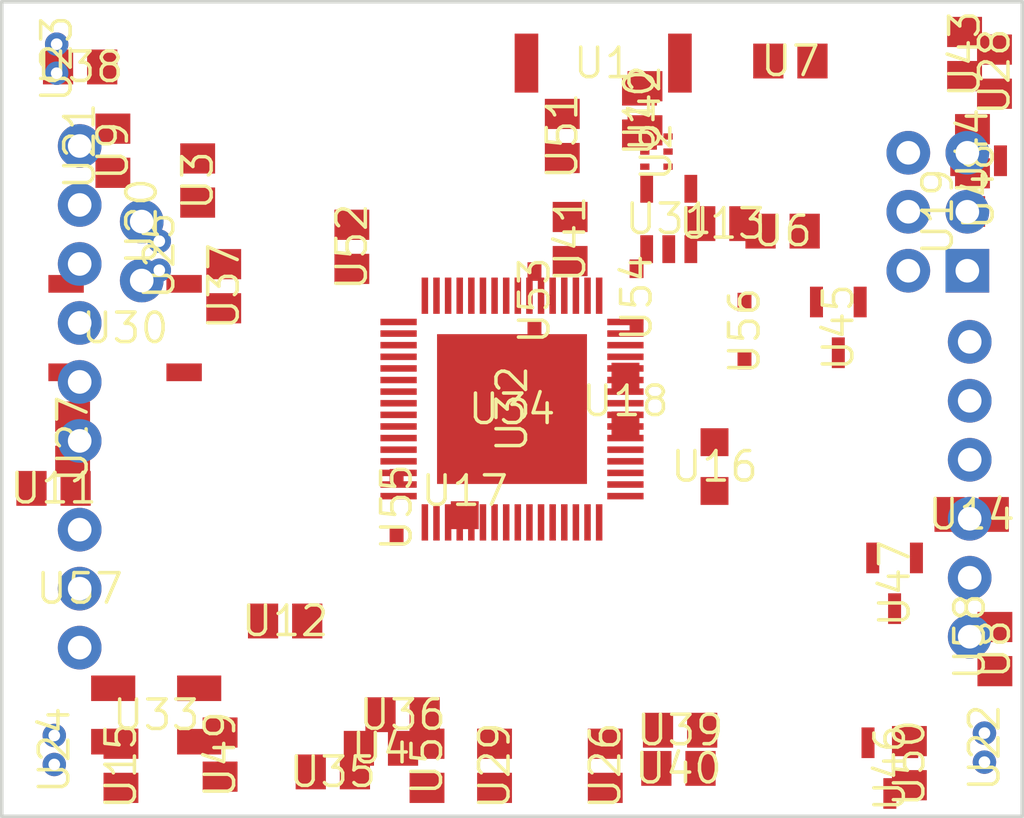
<source format=kicad_pcb>
 ( kicad_pcb  ( version 20171130 )
 ( host pcbnew "(5.1.4-0-10_14)" )
 ( general  ( thickness 1.6 )
 ( drawings 4 )
 ( tracks 0 )
 ( zones 0 )
 ( modules 58 )
 ( nets 81 )
)
 ( page A4 )
 ( layers  ( 0 Top signal )
 ( 31 Bottom signal )
 ( 32 B.Adhes user )
 ( 33 F.Adhes user )
 ( 34 B.Paste user )
 ( 35 F.Paste user )
 ( 36 B.SilkS user )
 ( 37 F.SilkS user )
 ( 38 B.Mask user )
 ( 39 F.Mask user )
 ( 40 Dwgs.User user )
 ( 41 Cmts.User user )
 ( 42 Eco1.User user )
 ( 43 Eco2.User user )
 ( 44 Edge.Cuts user )
 ( 45 Margin user )
 ( 46 B.CrtYd user )
 ( 47 F.CrtYd user )
 ( 48 B.Fab user )
 ( 49 F.Fab user )
)
 ( setup  ( last_trace_width 0.254 )
 ( trace_clearance 0.1524 )
 ( zone_clearance 0.508 )
 ( zone_45_only no )
 ( trace_min 0.2 )
 ( via_size 0.8128 )
 ( via_drill 0.4064 )
 ( via_min_size 0.4 )
 ( via_min_drill 0.3 )
 ( uvia_size 0.3 )
 ( uvia_drill 0.1 )
 ( uvias_allowed yes )
 ( uvia_min_size 0.2 )
 ( uvia_min_drill 0.1 )
 ( edge_width 0.05 )
 ( segment_width 0.2 )
 ( pcb_text_width 0.3 )
 ( pcb_text_size 1.5 1.5 )
 ( mod_edge_width 0.12 )
 ( mod_text_size 1 1 )
 ( mod_text_width 0.15 )
 ( pad_size 1.524 1.524 )
 ( pad_drill 0.762 )
 ( pad_to_mask_clearance 0.051 )
 ( solder_mask_min_width 0.25 )
 ( aux_axis_origin 0 0 )
 ( visible_elements 7FFFFFFF )
 ( pcbplotparams  ( layerselection 0x010fc_ffffffff )
 ( usegerberextensions false )
 ( usegerberattributes false )
 ( usegerberadvancedattributes false )
 ( creategerberjobfile false )
 ( excludeedgelayer true )
 ( linewidth 0.100000 )
 ( plotframeref false )
 ( viasonmask false )
 ( mode 1 )
 ( useauxorigin false )
 ( hpglpennumber 1 )
 ( hpglpenspeed 20 )
 ( hpglpendiameter 15.000000 )
 ( psnegative false )
 ( psa4output false )
 ( plotreference true )
 ( plotvalue true )
 ( plotinvisibletext false )
 ( padsonsilk false )
 ( subtractmaskfromsilk false )
 ( outputformat 1 )
 ( mirror false )
 ( drillshape 1 )
 ( scaleselection 1 )
 ( outputdirectory "" )
)
)
 ( net 0 "" )
 ( net 1 GND )
 ( net 2 3.3V )
 ( net 3 "Net-(U1-Pad64)" )
 ( net 4 "Net-(U1-Pad63)" )
 ( net 5 "Net-(U1-Pad62)" )
 ( net 6 "Net-(C1-Pad1)" )
 ( net 7 "Net-(C5-Pad1)" )
 ( net 8 "Net-(C6-Pad1)" )
 ( net 9 "Net-(U1-Pad53)" )
 ( net 10 "Net-(U1-Pad52)" )
 ( net 11 "Net-(U1-Pad51)" )
 ( net 12 /PE4 )
 ( net 13 /PE3 )
 ( net 14 "Net-(U1-Pad48)" )
 ( net 15 /TX0 )
 ( net 16 /RX0 )
 ( net 17 /PB7 )
 ( net 18 /PB6 )
 ( net 19 /PB5 )
 ( net 20 /PB4 )
 ( net 21 /MISO )
 ( net 22 /MOSI )
 ( net 23 /SCK )
 ( net 24 "Net-(U1-Pad36)" )
 ( net 25 "Net-(U1-Pad32)" )
 ( net 26 "Net-(U1-Pad31)" )
 ( net 27 "Net-(U1-Pad30)" )
 ( net 28 "Net-(U1-Pad29)" )
 ( net 29 /TX1 )
 ( net 30 /RX1 )
 ( net 31 /SDA )
 ( net 32 /SCL )
 ( net 33 "Net-(C2-Pad1)" )
 ( net 34 "Net-(U1-Pad19)" )
 ( net 35 "Net-(U1-Pad18)" )
 ( net 36 "Net-(U1-Pad17)" )
 ( net 37 "Net-(U1-Pad16)" )
 ( net 38 "Net-(U1-Pad15)" )
 ( net 39 "Net-(U1-Pad14)" )
 ( net 40 "Net-(U1-Pad13)" )
 ( net 41 /RESET )
 ( net 42 "Net-(C17-Pad2)" )
 ( net 43 "Net-(C16-Pad1)" )
 ( net 44 "Net-(U1-Pad6)" )
 ( net 45 "Net-(U1-Pad5)" )
 ( net 46 "Net-(U1-Pad4)" )
 ( net 47 "Net-(U1-Pad3)" )
 ( net 48 "Net-(U1-Pad2)" )
 ( net 49 "Net-(U1-Pad1)" )
 ( net 50 "Net-(B1-Pad4)" )
 ( net 51 "Net-(B1-Pad3)" )
 ( net 52 "Net-(B1-Pad2)" )
 ( net 53 /RFANT )
 ( net 54 "Net-(J1-Pad2)" )
 ( net 55 "Net-(JP9-PadCTS)" )
 ( net 56 "Net-(C15-Pad1)" )
 ( net 57 "Net-(C7-Pad2)" )
 ( net 58 /VBAT )
 ( net 59 "Net-(C8-Pad2)" )
 ( net 60 "Net-(C13-Pad2)" )
 ( net 61 "Net-(C14-Pad2)" )
 ( net 62 "Net-(JP3-Pad2)" )
 ( net 63 "Net-(C12-Pad1)" )
 ( net 64 "Net-(R10-Pad1)" )
 ( net 65 "Net-(R3-Pad1)" )
 ( net 66 "Net-(U4-Pad14)" )
 ( net 67 "Net-(U4-Pad13)" )
 ( net 68 "Net-(U4-Pad12)" )
 ( net 69 "Net-(U4-Pad11)" )
 ( net 70 "Net-(U4-Pad10)" )
 ( net 71 "Net-(C25-Pad1)" )
 ( net 72 "Net-(C25-Pad2)" )
 ( net 73 "Net-(C26-Pad2)" )
 ( net 74 "Net-(U4-Pad1)" )
 ( net 75 "Net-(S2-Pad1)" )
 ( net 76 "Net-(JP2-PadCTS)" )
 ( net 77 "Net-(JP2-PadDTR)" )
 ( net 78 "Net-(BOT1-PadA)" )
 ( net 79 "Net-(ARM1-PadA)" )
 ( net 80 "Net-(PWR1-PadA)" )
 ( net_class Default "This is the default net class."  ( clearance 0.1524 )
 ( trace_width 0.254 )
 ( via_dia 0.8128 )
 ( via_drill 0.4064 )
 ( uvia_dia 0.3 )
 ( uvia_drill 0.1 )
 ( add_net /MISO )
 ( add_net /MOSI )
 ( add_net /PB4 )
 ( add_net /PB5 )
 ( add_net /PB6 )
 ( add_net /PB7 )
 ( add_net /PE3 )
 ( add_net /PE4 )
 ( add_net /RESET )
 ( add_net /RFANT )
 ( add_net /RX0 )
 ( add_net /RX1 )
 ( add_net /SCK )
 ( add_net /SCL )
 ( add_net /SDA )
 ( add_net /TX0 )
 ( add_net /TX1 )
 ( add_net 3.3V )
 ( add_net GND )
 ( add_net "Net-(ARM1-PadA)" )
 ( add_net "Net-(B1-Pad2)" )
 ( add_net "Net-(B1-Pad3)" )
 ( add_net "Net-(B1-Pad4)" )
 ( add_net "Net-(BOT1-PadA)" )
 ( add_net "Net-(C1-Pad1)" )
 ( add_net "Net-(C12-Pad1)" )
 ( add_net "Net-(C15-Pad1)" )
 ( add_net "Net-(C16-Pad1)" )
 ( add_net "Net-(C17-Pad2)" )
 ( add_net "Net-(C2-Pad1)" )
 ( add_net "Net-(C25-Pad1)" )
 ( add_net "Net-(C25-Pad2)" )
 ( add_net "Net-(C26-Pad2)" )
 ( add_net "Net-(C5-Pad1)" )
 ( add_net "Net-(C6-Pad1)" )
 ( add_net "Net-(J1-Pad2)" )
 ( add_net "Net-(JP2-PadCTS)" )
 ( add_net "Net-(JP2-PadDTR)" )
 ( add_net "Net-(JP3-Pad2)" )
 ( add_net "Net-(JP9-PadCTS)" )
 ( add_net "Net-(PWR1-PadA)" )
 ( add_net "Net-(R10-Pad1)" )
 ( add_net "Net-(R3-Pad1)" )
 ( add_net "Net-(S2-Pad1)" )
 ( add_net "Net-(U1-Pad1)" )
 ( add_net "Net-(U1-Pad13)" )
 ( add_net "Net-(U1-Pad14)" )
 ( add_net "Net-(U1-Pad15)" )
 ( add_net "Net-(U1-Pad16)" )
 ( add_net "Net-(U1-Pad17)" )
 ( add_net "Net-(U1-Pad18)" )
 ( add_net "Net-(U1-Pad19)" )
 ( add_net "Net-(U1-Pad2)" )
 ( add_net "Net-(U1-Pad29)" )
 ( add_net "Net-(U1-Pad3)" )
 ( add_net "Net-(U1-Pad30)" )
 ( add_net "Net-(U1-Pad31)" )
 ( add_net "Net-(U1-Pad32)" )
 ( add_net "Net-(U1-Pad36)" )
 ( add_net "Net-(U1-Pad4)" )
 ( add_net "Net-(U1-Pad48)" )
 ( add_net "Net-(U1-Pad5)" )
 ( add_net "Net-(U1-Pad51)" )
 ( add_net "Net-(U1-Pad52)" )
 ( add_net "Net-(U1-Pad53)" )
 ( add_net "Net-(U1-Pad6)" )
 ( add_net "Net-(U1-Pad62)" )
 ( add_net "Net-(U1-Pad63)" )
 ( add_net "Net-(U1-Pad64)" )
 ( add_net "Net-(U4-Pad1)" )
 ( add_net "Net-(U4-Pad10)" )
 ( add_net "Net-(U4-Pad11)" )
 ( add_net "Net-(U4-Pad12)" )
 ( add_net "Net-(U4-Pad13)" )
 ( add_net "Net-(U4-Pad14)" )
)
 ( net_class Power ""  ( clearance 0.1524 )
 ( trace_width 0.508 )
 ( via_dia 0.8128 )
 ( via_drill 0.4064 )
 ( uvia_dia 0.3 )
 ( uvia_drill 0.1 )
 ( add_net /VBAT )
 ( add_net "Net-(C13-Pad2)" )
 ( add_net "Net-(C14-Pad2)" )
 ( add_net "Net-(C7-Pad2)" )
 ( add_net "Net-(C8-Pad2)" )
)
 ( module quadcopterJorge:653002114822 locked  ( layer Top )
 ( tedit 5DCF2602 )
 ( tstamp 5DC90212 )
 ( at 168.198800 119.583200 270.000000 )
 ( descr "WR-WTB 1.25mm Male Vertical Shrouded Header, 2 Pins" )
 ( path /FD237801 )
 ( fp_text reference U22  ( at 0 -0.635 270 )
 ( layer F.SilkS )
 ( effects  ( font  ( size 1.27 1.27 )
 ( thickness 0.15 )
)
)
)
 ( fp_text value ""  ( at 0 -0.635 270 )
 ( layer F.SilkS )
 ( effects  ( font  ( size 1.27 1.27 )
 ( thickness 0.15 )
)
)
)
 ( fp_poly  ( pts  ( xy -1.3 -1.335 )
 ( xy 1.3 -1.335 )
 ( xy 1.3 0.065 )
 ( xy -1.3 0.065 )
)
 ( layer B.CrtYd )
 ( width 0.1 )
)
 ( fp_poly  ( pts  ( xy -2.3 -2.035 )
 ( xy 2.3 -2.035 )
 ( xy 2.3 1.565 )
 ( xy -2.3 1.565 )
)
 ( layer F.CrtYd )
 ( width 0.1 )
)
 ( pad 2 thru_hole circle  ( at -0.625 -0.635 270.000000 )
 ( size 1.008 1.008 )
 ( drill 0.5 )
 ( layers *.Cu *.Mask )
 ( net 57 "Net-(C7-Pad2)" )
 ( solder_mask_margin 0.1016 )
)
 ( pad 1 thru_hole circle  ( at 0.625 -0.635 270.000000 )
 ( size 1.008 1.008 )
 ( drill 0.5 )
 ( layers *.Cu *.Mask )
 ( net 58 /VBAT )
 ( solder_mask_margin 0.1016 )
)
)
 ( module quadcopterJorge:653002114822 locked  ( layer Top )
 ( tedit 5DCF2602 )
 ( tstamp 5DC90230 )
 ( at 129.438400 119.684800 90.000000 )
 ( descr "WR-WTB 1.25mm Male Vertical Shrouded Header, 2 Pins" )
 ( path /27E031B9 )
 ( fp_text reference U24  ( at 0 -0.635 90 )
 ( layer F.SilkS )
 ( effects  ( font  ( size 1.27 1.27 )
 ( thickness 0.15 )
)
)
)
 ( fp_text value ""  ( at 0 -0.635 90 )
 ( layer F.SilkS )
 ( effects  ( font  ( size 1.27 1.27 )
 ( thickness 0.15 )
)
)
)
 ( fp_poly  ( pts  ( xy -1.3 -1.335 )
 ( xy 1.3 -1.335 )
 ( xy 1.3 0.065 )
 ( xy -1.3 0.065 )
)
 ( layer B.CrtYd )
 ( width 0.1 )
)
 ( fp_poly  ( pts  ( xy -2.3 -2.035 )
 ( xy 2.3 -2.035 )
 ( xy 2.3 1.565 )
 ( xy -2.3 1.565 )
)
 ( layer F.CrtYd )
 ( width 0.1 )
)
 ( pad 2 thru_hole circle  ( at -0.625 -0.635 90.000000 )
 ( size 1.008 1.008 )
 ( drill 0.5 )
 ( layers *.Cu *.Mask )
 ( net 60 "Net-(C13-Pad2)" )
 ( solder_mask_margin 0.1016 )
)
 ( pad 1 thru_hole circle  ( at 0.625 -0.635 90.000000 )
 ( size 1.008 1.008 )
 ( drill 0.5 )
 ( layers *.Cu *.Mask )
 ( net 58 /VBAT )
 ( solder_mask_margin 0.1016 )
)
)
 ( module quadcopterJorge:1X02  ( layer Top )
 ( tedit 5DCF25B9 )
 ( tstamp 5DC901C6 )
 ( at 132.565782 98.199796 270.000000 )
 ( path /EC28632A )
 ( fp_text reference U20  ( at -1.27 0 270 )
 ( layer F.SilkS )
 ( effects  ( font  ( size 1.27 1.27 )
 ( thickness 0.15 )
)
)
)
 ( fp_text value ""  ( at -1.27 0 270 )
 ( layer F.SilkS )
 ( effects  ( font  ( size 1.27 1.27 )
 ( thickness 0.15 )
)
)
)
 ( fp_poly  ( pts  ( xy -2.67 -1.4 )
 ( xy 2.63 -1.4 )
 ( xy 2.63 1.4 )
 ( xy -2.67 1.4 )
)
 ( layer B.CrtYd )
 ( width 0.1 )
)
 ( fp_poly  ( pts  ( xy -2.67 -1.4 )
 ( xy 2.63 -1.4 )
 ( xy 2.63 1.4 )
 ( xy -2.67 1.4 )
)
 ( layer F.CrtYd )
 ( width 0.1 )
)
 ( pad 2 thru_hole circle  ( at 1.27 0 )
 ( size 1.8796 1.8796 )
 ( drill 1.016 )
 ( layers *.Cu *.Mask )
 ( net 62 "Net-(JP3-Pad2)" )
 ( solder_mask_margin 0.1016 )
)
 ( pad 1 thru_hole circle  ( at -1.27 0 )
 ( size 1.8796 1.8796 )
 ( drill 1.016 )
 ( layers *.Cu *.Mask )
 ( net 1 GND )
 ( solder_mask_margin 0.1016 )
)
)
 ( module quadcopterJorge:653002114822  ( layer Top )
 ( tedit 5DCF2602 )
 ( tstamp 5DC9023F )
 ( at 132.687107 98.400527 270.000000 )
 ( descr "WR-WTB 1.25mm Male Vertical Shrouded Header, 2 Pins" )
 ( path /DCB17BD7 )
 ( fp_text reference U25  ( at 0 -0.635 270 )
 ( layer F.SilkS )
 ( effects  ( font  ( size 1.27 1.27 )
 ( thickness 0.15 )
)
)
)
 ( fp_text value ""  ( at 0 -0.635 270 )
 ( layer F.SilkS )
 ( effects  ( font  ( size 1.27 1.27 )
 ( thickness 0.15 )
)
)
)
 ( fp_poly  ( pts  ( xy -1.3 -1.335 )
 ( xy 1.3 -1.335 )
 ( xy 1.3 0.065 )
 ( xy -1.3 0.065 )
)
 ( layer B.CrtYd )
 ( width 0.1 )
)
 ( fp_poly  ( pts  ( xy -2.3 -2.035 )
 ( xy 2.3 -2.035 )
 ( xy 2.3 1.565 )
 ( xy -2.3 1.565 )
)
 ( layer F.CrtYd )
 ( width 0.1 )
)
 ( pad 2 thru_hole circle  ( at -0.625 -0.635 270.000000 )
 ( size 1.008 1.008 )
 ( drill 0.5 )
 ( layers *.Cu *.Mask )
 ( net 61 "Net-(C14-Pad2)" )
 ( solder_mask_margin 0.1016 )
)
 ( pad 1 thru_hole circle  ( at 0.625 -0.635 270.000000 )
 ( size 1.008 1.008 )
 ( drill 0.5 )
 ( layers *.Cu *.Mask )
 ( net 58 /VBAT )
 ( solder_mask_margin 0.1016 )
)
)
 ( module quadcopterJorge:653002114822 locked  ( layer Top )
 ( tedit 5DCF2602 )
 ( tstamp 5DC90221 )
 ( at 128.270000 89.916000 270.000000 )
 ( descr "WR-WTB 1.25mm Male Vertical Shrouded Header, 2 Pins" )
 ( path /4C99C424 )
 ( fp_text reference U23  ( at 0 -0.635 270 )
 ( layer F.SilkS )
 ( effects  ( font  ( size 1.27 1.27 )
 ( thickness 0.15 )
)
)
)
 ( fp_text value ""  ( at 0 -0.635 270 )
 ( layer F.SilkS )
 ( effects  ( font  ( size 1.27 1.27 )
 ( thickness 0.15 )
)
)
)
 ( fp_poly  ( pts  ( xy -1.3 -1.335 )
 ( xy 1.3 -1.335 )
 ( xy 1.3 0.065 )
 ( xy -1.3 0.065 )
)
 ( layer B.CrtYd )
 ( width 0.1 )
)
 ( fp_poly  ( pts  ( xy -2.3 -2.035 )
 ( xy 2.3 -2.035 )
 ( xy 2.3 1.565 )
 ( xy -2.3 1.565 )
)
 ( layer F.CrtYd )
 ( width 0.1 )
)
 ( pad 2 thru_hole circle  ( at -0.625 -0.635 270.000000 )
 ( size 1.008 1.008 )
 ( drill 0.5 )
 ( layers *.Cu *.Mask )
 ( net 59 "Net-(C8-Pad2)" )
 ( solder_mask_margin 0.1016 )
)
 ( pad 1 thru_hole circle  ( at 0.625 -0.635 270.000000 )
 ( size 1.008 1.008 )
 ( drill 0.5 )
 ( layers *.Cu *.Mask )
 ( net 58 /VBAT )
 ( solder_mask_margin 0.1016 )
)
)
 ( module quadcopterJorge:FTDI_BASIC locked  ( layer Top )
 ( tedit 5DCF2629 )
 ( tstamp 5DC901DB )
 ( at 129.895600 100.025200 270.000000 )
 ( path /9500817F )
 ( fp_text reference U21  ( at -6.35 0 270 )
 ( layer F.SilkS )
 ( effects  ( font  ( size 1.27 1.27 )
 ( thickness 0.15 )
)
)
)
 ( fp_text value ""  ( at -6.35 0 270 )
 ( layer F.SilkS )
 ( effects  ( font  ( size 1.27 1.27 )
 ( thickness 0.15 )
)
)
)
 ( fp_poly  ( pts  ( xy -7.65 -1.3 )
 ( xy 7.65 -1.3 )
 ( xy 7.65 1.3 )
 ( xy -7.65 1.3 )
)
 ( layer B.CrtYd )
 ( width 0.1 )
)
 ( fp_poly  ( pts  ( xy -7.65 -1.3 )
 ( xy 7.65 -1.3 )
 ( xy 7.65 1.3 )
 ( xy -7.65 1.3 )
)
 ( layer F.CrtYd )
 ( width 0.1 )
)
 ( pad GND thru_hole circle  ( at 6.35 0 )
 ( size 1.8796 1.8796 )
 ( drill 1.016 )
 ( layers *.Cu *.Mask )
 ( net 1 GND )
 ( solder_mask_margin 0.1016 )
)
 ( pad CTS thru_hole circle  ( at 3.81 0 )
 ( size 1.8796 1.8796 )
 ( drill 1.016 )
 ( layers *.Cu *.Mask )
 ( net 55 "Net-(JP9-PadCTS)" )
 ( solder_mask_margin 0.1016 )
)
 ( pad VCC thru_hole circle  ( at 1.27 0 )
 ( size 1.8796 1.8796 )
 ( drill 1.016 )
 ( layers *.Cu *.Mask )
 ( net 2 3.3V )
 ( solder_mask_margin 0.1016 )
)
 ( pad TXO thru_hole circle  ( at -1.27 0 )
 ( size 1.8796 1.8796 )
 ( drill 1.016 )
 ( layers *.Cu *.Mask )
 ( net 16 /RX0 )
 ( solder_mask_margin 0.1016 )
)
 ( pad RXI thru_hole circle  ( at -3.81 0 )
 ( size 1.8796 1.8796 )
 ( drill 1.016 )
 ( layers *.Cu *.Mask )
 ( net 15 /TX0 )
 ( solder_mask_margin 0.1016 )
)
 ( pad DTR thru_hole circle  ( at -6.35 0 )
 ( size 1.8796 1.8796 )
 ( drill 1.016 )
 ( layers *.Cu *.Mask )
 ( net 56 "Net-(C15-Pad1)" )
 ( solder_mask_margin 0.1016 )
)
)
 ( module quadcopterJorge:FTDI_BASIC locked  ( layer Top )
 ( tedit 5DCF2629 )
 ( tstamp 5DC904F2 )
 ( at 168.198800 108.458000 90.000000 )
 ( path /E74E9B50 )
 ( fp_text reference U58  ( at -6.35 0 90 )
 ( layer F.SilkS )
 ( effects  ( font  ( size 1.27 1.27 )
 ( thickness 0.15 )
)
)
)
 ( fp_text value ""  ( at -6.35 0 90 )
 ( layer F.SilkS )
 ( effects  ( font  ( size 1.27 1.27 )
 ( thickness 0.15 )
)
)
)
 ( fp_poly  ( pts  ( xy -7.65 -1.3 )
 ( xy 7.65 -1.3 )
 ( xy 7.65 1.3 )
 ( xy -7.65 1.3 )
)
 ( layer B.CrtYd )
 ( width 0.1 )
)
 ( fp_poly  ( pts  ( xy -7.65 -1.3 )
 ( xy 7.65 -1.3 )
 ( xy 7.65 1.3 )
 ( xy -7.65 1.3 )
)
 ( layer F.CrtYd )
 ( width 0.1 )
)
 ( pad GND thru_hole circle  ( at 6.35 0 180.000000 )
 ( size 1.8796 1.8796 )
 ( drill 1.016 )
 ( layers *.Cu *.Mask )
 ( net 1 GND )
 ( solder_mask_margin 0.1016 )
)
 ( pad CTS thru_hole circle  ( at 3.81 0 180.000000 )
 ( size 1.8796 1.8796 )
 ( drill 1.016 )
 ( layers *.Cu *.Mask )
 ( net 76 "Net-(JP2-PadCTS)" )
 ( solder_mask_margin 0.1016 )
)
 ( pad VCC thru_hole circle  ( at 1.27 0 180.000000 )
 ( size 1.8796 1.8796 )
 ( drill 1.016 )
 ( layers *.Cu *.Mask )
 ( net 2 3.3V )
 ( solder_mask_margin 0.1016 )
)
 ( pad TXO thru_hole circle  ( at -1.27 0 180.000000 )
 ( size 1.8796 1.8796 )
 ( drill 1.016 )
 ( layers *.Cu *.Mask )
 ( net 30 /RX1 )
 ( solder_mask_margin 0.1016 )
)
 ( pad RXI thru_hole circle  ( at -3.81 0 180.000000 )
 ( size 1.8796 1.8796 )
 ( drill 1.016 )
 ( layers *.Cu *.Mask )
 ( net 29 /TX1 )
 ( solder_mask_margin 0.1016 )
)
 ( pad DTR thru_hole circle  ( at -6.35 0 180.000000 )
 ( size 1.8796 1.8796 )
 ( drill 1.016 )
 ( layers *.Cu *.Mask )
 ( net 77 "Net-(JP2-PadDTR)" )
 ( solder_mask_margin 0.1016 )
)
)
 ( module quadcopterJorge:ANTENNA-CHIP5 locked  ( layer Top )
 ( tedit 5DCE6AFB )
 ( tstamp 5DC900A2 )
 ( at 152.425400 90.106500 )
 ( path /EA64C37F )
 ( fp_text reference U1  ( at 0 0 )
 ( layer F.SilkS )
 ( effects  ( font  ( size 1.27 1.27 )
 ( thickness 0.15 )
)
)
)
 ( fp_text value ""  ( at 0 0 )
 ( layer F.SilkS )
 ( effects  ( font  ( size 1.27 1.27 )
 ( thickness 0.15 )
)
)
)
 ( fp_poly  ( pts  ( xy -4 -1.4 )
 ( xy 4 -1.4 )
 ( xy 4 1.4 )
 ( xy -4 1.4 )
)
 ( layer F.CrtYd )
 ( width 0.1 )
)
 ( pad FEED smd rect  ( at -3.302 0 180.000000 )
 ( size 1.016 2.54 )
 ( layers Top F.Mask F.Paste )
 ( net 53 /RFANT )
 ( solder_mask_margin 0.1016 )
)
 ( pad NC smd rect  ( at 3.302 0 180.000000 )
 ( size 1.016 2.54 )
 ( layers Top F.Mask F.Paste )
 ( solder_mask_margin 0.1016 )
)
)
 ( module quadcopterJorge:BALUN-0805 locked  ( layer Top )
 ( tedit 5DCE655C )
 ( tstamp 5DC900AF )
 ( at 154.711400 93.916500 270.000000 )
 ( descr "<h3>Balun - 0805 Package</h3>\n<p>Transformer to convert an unbalanced signal to a balenced one, or vice-versa.</p>\n<p><a href=\"http://katalog.we-online.de/pbs/datasheet/748421245.pdf\">Example Datasheet</a></p>" )
 ( path /A14A3ED5 )
 ( fp_text reference U2  ( at 0 0 270 )
 ( layer F.SilkS )
 ( effects  ( font  ( size 1.27 1.27 )
 ( thickness 0.15 )
)
)
)
 ( fp_text value ""  ( at 0 0 270 )
 ( layer F.SilkS )
 ( effects  ( font  ( size 1.27 1.27 )
 ( thickness 0.15 )
)
)
)
 ( fp_poly  ( pts  ( xy -1.3 -0.9 )
 ( xy 1.3 -0.9 )
 ( xy 1.3 0.9 )
 ( xy -1.3 0.9 )
)
 ( layer F.CrtYd )
 ( width 0.1 )
)
 ( pad 4 smd rect  ( at 0.65 -0.505 270.000000 )
 ( size 0.27 0.4 )
 ( layers Top F.Mask F.Paste )
 ( net 50 "Net-(B1-Pad4)" )
 ( solder_mask_margin 0.1016 )
)
 ( pad 5 smd rect  ( at 0 -0.505 270.000000 )
 ( size 0.27 0.4 )
 ( layers Top F.Mask F.Paste )
 ( net 1 GND )
 ( solder_mask_margin 0.1016 )
)
 ( pad 6 smd rect  ( at -0.65 -0.505 270.000000 )
 ( size 0.27 0.4 )
 ( layers Top F.Mask F.Paste )
 ( solder_mask_margin 0.1016 )
)
 ( pad 3 smd rect  ( at 0.65 0.495 270.000000 )
 ( size 0.27 0.4 )
 ( layers Top F.Mask F.Paste )
 ( net 51 "Net-(B1-Pad3)" )
 ( solder_mask_margin 0.1016 )
)
 ( pad 2 smd rect  ( at 0 0.495 270.000000 )
 ( size 0.27 0.4 )
 ( layers Top F.Mask F.Paste )
 ( net 52 "Net-(B1-Pad2)" )
 ( solder_mask_margin 0.1016 )
)
 ( pad 1 smd rect  ( at -0.65 0.495 270.000000 )
 ( size 0.27 0.4 )
 ( layers Top F.Mask F.Paste )
 ( net 53 /RFANT )
 ( solder_mask_margin 0.1016 )
)
)
 ( module quadcopterJorge:C0805  ( layer Top )
 ( tedit 5DCE6588 )
 ( tstamp 5DC900C6 )
 ( at 134.974034 95.162387 90.000000 )
 ( descr <b>CAPACITOR</b><p> )
 ( path /C8E3AF05 )
 ( fp_text reference U3  ( at 0 0 90 )
 ( layer F.SilkS )
 ( effects  ( font  ( size 1.27 1.27 )
 ( thickness 0.15 )
)
)
)
 ( fp_text value ""  ( at 0 0 90 )
 ( layer F.SilkS )
 ( effects  ( font  ( size 1.27 1.27 )
 ( thickness 0.15 )
)
)
)
 ( fp_poly  ( pts  ( xy -2 -1 )
 ( xy 2 -1 )
 ( xy 2 1 )
 ( xy -2 1 )
)
 ( layer F.CrtYd )
 ( width 0.1 )
)
 ( pad 2 smd rect  ( at 0.95 0 90.000000 )
 ( size 1.3 1.5 )
 ( layers Top F.Mask F.Paste )
 ( net 1 GND )
 ( solder_mask_margin 0.1016 )
)
 ( pad 1 smd rect  ( at -0.95 0 90.000000 )
 ( size 1.3 1.5 )
 ( layers Top F.Mask F.Paste )
 ( net 6 "Net-(C1-Pad1)" )
 ( solder_mask_margin 0.1016 )
)
)
 ( module quadcopterJorge:C0805  ( layer Top )
 ( tedit 5DCE6588 )
 ( tstamp 5DC900D4 )
 ( at 142.861633 119.612770 )
 ( descr <b>CAPACITOR</b><p> )
 ( path /F9611745 )
 ( fp_text reference U4  ( at 0 0 )
 ( layer F.SilkS )
 ( effects  ( font  ( size 1.27 1.27 )
 ( thickness 0.15 )
)
)
)
 ( fp_text value ""  ( at 0 0 )
 ( layer F.SilkS )
 ( effects  ( font  ( size 1.27 1.27 )
 ( thickness 0.15 )
)
)
)
 ( fp_poly  ( pts  ( xy -2 -1 )
 ( xy 2 -1 )
 ( xy 2 1 )
 ( xy -2 1 )
)
 ( layer F.CrtYd )
 ( width 0.1 )
)
 ( pad 2 smd rect  ( at 0.95 0 )
 ( size 1.3 1.5 )
 ( layers Top F.Mask F.Paste )
 ( net 1 GND )
 ( solder_mask_margin 0.1016 )
)
 ( pad 1 smd rect  ( at -0.95 0 )
 ( size 1.3 1.5 )
 ( layers Top F.Mask F.Paste )
 ( net 2 3.3V )
 ( solder_mask_margin 0.1016 )
)
)
 ( module quadcopterJorge:C0805  ( layer Top )
 ( tedit 5DCE6588 )
 ( tstamp 5DC900E2 )
 ( at 144.843340 120.366100 270.000000 )
 ( descr <b>CAPACITOR</b><p> )
 ( path /863C519D )
 ( fp_text reference U5  ( at 0 0 270 )
 ( layer F.SilkS )
 ( effects  ( font  ( size 1.27 1.27 )
 ( thickness 0.15 )
)
)
)
 ( fp_text value ""  ( at 0 0 270 )
 ( layer F.SilkS )
 ( effects  ( font  ( size 1.27 1.27 )
 ( thickness 0.15 )
)
)
)
 ( fp_poly  ( pts  ( xy -2 -1 )
 ( xy 2 -1 )
 ( xy 2 1 )
 ( xy -2 1 )
)
 ( layer F.CrtYd )
 ( width 0.1 )
)
 ( pad 2 smd rect  ( at 0.95 0 270.000000 )
 ( size 1.3 1.5 )
 ( layers Top F.Mask F.Paste )
 ( net 1 GND )
 ( solder_mask_margin 0.1016 )
)
 ( pad 1 smd rect  ( at -0.95 0 270.000000 )
 ( size 1.3 1.5 )
 ( layers Top F.Mask F.Paste )
 ( net 52 "Net-(B1-Pad2)" )
 ( solder_mask_margin 0.1016 )
)
)
 ( module quadcopterJorge:C0805  ( layer Top )
 ( tedit 5DCE6588 )
 ( tstamp 5DC900F0 )
 ( at 160.147390 97.341453 )
 ( descr <b>CAPACITOR</b><p> )
 ( path /A436D0BD )
 ( fp_text reference U6  ( at 0 0 )
 ( layer F.SilkS )
 ( effects  ( font  ( size 1.27 1.27 )
 ( thickness 0.15 )
)
)
)
 ( fp_text value ""  ( at 0 0 )
 ( layer F.SilkS )
 ( effects  ( font  ( size 1.27 1.27 )
 ( thickness 0.15 )
)
)
)
 ( fp_poly  ( pts  ( xy -2 -1 )
 ( xy 2 -1 )
 ( xy 2 1 )
 ( xy -2 1 )
)
 ( layer F.CrtYd )
 ( width 0.1 )
)
 ( pad 2 smd rect  ( at 0.95 0 )
 ( size 1.3 1.5 )
 ( layers Top F.Mask F.Paste )
 ( net 1 GND )
 ( solder_mask_margin 0.1016 )
)
 ( pad 1 smd rect  ( at -0.95 0 )
 ( size 1.3 1.5 )
 ( layers Top F.Mask F.Paste )
 ( net 63 "Net-(C12-Pad1)" )
 ( solder_mask_margin 0.1016 )
)
)
 ( module quadcopterJorge:C0805  ( layer Top )
 ( tedit 5DCE6588 )
 ( tstamp 5DC900FE )
 ( at 160.481796 90.017259 )
 ( descr <b>CAPACITOR</b><p> )
 ( path /C65B0EAD )
 ( fp_text reference U7  ( at 0 0 )
 ( layer F.SilkS )
 ( effects  ( font  ( size 1.27 1.27 )
 ( thickness 0.15 )
)
)
)
 ( fp_text value ""  ( at 0 0 )
 ( layer F.SilkS )
 ( effects  ( font  ( size 1.27 1.27 )
 ( thickness 0.15 )
)
)
)
 ( fp_poly  ( pts  ( xy -2 -1 )
 ( xy 2 -1 )
 ( xy 2 1 )
 ( xy -2 1 )
)
 ( layer F.CrtYd )
 ( width 0.1 )
)
 ( pad 2 smd rect  ( at 0.95 0 )
 ( size 1.3 1.5 )
 ( layers Top F.Mask F.Paste )
 ( net 41 /RESET )
 ( solder_mask_margin 0.1016 )
)
 ( pad 1 smd rect  ( at -0.95 0 )
 ( size 1.3 1.5 )
 ( layers Top F.Mask F.Paste )
 ( net 56 "Net-(C15-Pad1)" )
 ( solder_mask_margin 0.1016 )
)
)
 ( module quadcopterJorge:C0805  ( layer Top )
 ( tedit 5DCE6588 )
 ( tstamp 5DC9010C )
 ( at 169.283200 115.340042 90.000000 )
 ( descr <b>CAPACITOR</b><p> )
 ( path /4CA4B545 )
 ( fp_text reference U8  ( at 0 0 90 )
 ( layer F.SilkS )
 ( effects  ( font  ( size 1.27 1.27 )
 ( thickness 0.15 )
)
)
)
 ( fp_text value ""  ( at 0 0 90 )
 ( layer F.SilkS )
 ( effects  ( font  ( size 1.27 1.27 )
 ( thickness 0.15 )
)
)
)
 ( fp_poly  ( pts  ( xy -2 -1 )
 ( xy 2 -1 )
 ( xy 2 1 )
 ( xy -2 1 )
)
 ( layer F.CrtYd )
 ( width 0.1 )
)
 ( pad 2 smd rect  ( at 0.95 0 90.000000 )
 ( size 1.3 1.5 )
 ( layers Top F.Mask F.Paste )
 ( net 51 "Net-(B1-Pad3)" )
 ( solder_mask_margin 0.1016 )
)
 ( pad 1 smd rect  ( at -0.95 0 90.000000 )
 ( size 1.3 1.5 )
 ( layers Top F.Mask F.Paste )
 ( net 43 "Net-(C16-Pad1)" )
 ( solder_mask_margin 0.1016 )
)
)
 ( module quadcopterJorge:C0805  ( layer Top )
 ( tedit 5DCE6588 )
 ( tstamp 5DC9011A )
 ( at 131.325009 93.879036 270.000000 )
 ( descr <b>CAPACITOR</b><p> )
 ( path /57A7EDF6 )
 ( fp_text reference U9  ( at 0 0 270 )
 ( layer F.SilkS )
 ( effects  ( font  ( size 1.27 1.27 )
 ( thickness 0.15 )
)
)
)
 ( fp_text value ""  ( at 0 0 270 )
 ( layer F.SilkS )
 ( effects  ( font  ( size 1.27 1.27 )
 ( thickness 0.15 )
)
)
)
 ( fp_poly  ( pts  ( xy -2 -1 )
 ( xy 2 -1 )
 ( xy 2 1 )
 ( xy -2 1 )
)
 ( layer F.CrtYd )
 ( width 0.1 )
)
 ( pad 2 smd rect  ( at 0.95 0 270.000000 )
 ( size 1.3 1.5 )
 ( layers Top F.Mask F.Paste )
 ( net 42 "Net-(C17-Pad2)" )
 ( solder_mask_margin 0.1016 )
)
 ( pad 1 smd rect  ( at -0.95 0 270.000000 )
 ( size 1.3 1.5 )
 ( layers Top F.Mask F.Paste )
 ( net 50 "Net-(B1-Pad4)" )
 ( solder_mask_margin 0.1016 )
)
)
 ( module quadcopterJorge:C0805  ( layer Top )
 ( tedit 5DCE6588 )
 ( tstamp 5DC90128 )
 ( at 153.986726 92.234538 90.000000 )
 ( descr <b>CAPACITOR</b><p> )
 ( path /AC671DB5 )
 ( fp_text reference U10  ( at 0 0 90 )
 ( layer F.SilkS )
 ( effects  ( font  ( size 1.27 1.27 )
 ( thickness 0.15 )
)
)
)
 ( fp_text value ""  ( at 0 0 90 )
 ( layer F.SilkS )
 ( effects  ( font  ( size 1.27 1.27 )
 ( thickness 0.15 )
)
)
)
 ( fp_poly  ( pts  ( xy -2 -1 )
 ( xy 2 -1 )
 ( xy 2 1 )
 ( xy -2 1 )
)
 ( layer F.CrtYd )
 ( width 0.1 )
)
 ( pad 2 smd rect  ( at 0.95 0 90.000000 )
 ( size 1.3 1.5 )
 ( layers Top F.Mask F.Paste )
 ( net 1 GND )
 ( solder_mask_margin 0.1016 )
)
 ( pad 1 smd rect  ( at -0.95 0 90.000000 )
 ( size 1.3 1.5 )
 ( layers Top F.Mask F.Paste )
 ( net 33 "Net-(C2-Pad1)" )
 ( solder_mask_margin 0.1016 )
)
)
 ( module quadcopterJorge:C0805  ( layer Top )
 ( tedit 5DCE6588 )
 ( tstamp 5DC90136 )
 ( at 128.771336 108.419860 )
 ( descr <b>CAPACITOR</b><p> )
 ( path /88B3C59D )
 ( fp_text reference U11  ( at 0 0 )
 ( layer F.SilkS )
 ( effects  ( font  ( size 1.27 1.27 )
 ( thickness 0.15 )
)
)
)
 ( fp_text value ""  ( at 0 0 )
 ( layer F.SilkS )
 ( effects  ( font  ( size 1.27 1.27 )
 ( thickness 0.15 )
)
)
)
 ( fp_poly  ( pts  ( xy -2 -1 )
 ( xy 2 -1 )
 ( xy 2 1 )
 ( xy -2 1 )
)
 ( layer F.CrtYd )
 ( width 0.1 )
)
 ( pad 2 smd rect  ( at 0.95 0 )
 ( size 1.3 1.5 )
 ( layers Top F.Mask F.Paste )
 ( net 1 GND )
 ( solder_mask_margin 0.1016 )
)
 ( pad 1 smd rect  ( at -0.95 0 )
 ( size 1.3 1.5 )
 ( layers Top F.Mask F.Paste )
 ( net 58 /VBAT )
 ( solder_mask_margin 0.1016 )
)
)
 ( module quadcopterJorge:C0805  ( layer Top )
 ( tedit 5DCE6588 )
 ( tstamp 5DC90144 )
 ( at 138.738108 114.130151 )
 ( descr <b>CAPACITOR</b><p> )
 ( path /ECDD94AD )
 ( fp_text reference U12  ( at 0 0 )
 ( layer F.SilkS )
 ( effects  ( font  ( size 1.27 1.27 )
 ( thickness 0.15 )
)
)
)
 ( fp_text value ""  ( at 0 0 )
 ( layer F.SilkS )
 ( effects  ( font  ( size 1.27 1.27 )
 ( thickness 0.15 )
)
)
)
 ( fp_poly  ( pts  ( xy -2 -1 )
 ( xy 2 -1 )
 ( xy 2 1 )
 ( xy -2 1 )
)
 ( layer F.CrtYd )
 ( width 0.1 )
)
 ( pad 2 smd rect  ( at 0.95 0 )
 ( size 1.3 1.5 )
 ( layers Top F.Mask F.Paste )
 ( net 1 GND )
 ( solder_mask_margin 0.1016 )
)
 ( pad 1 smd rect  ( at -0.95 0 )
 ( size 1.3 1.5 )
 ( layers Top F.Mask F.Paste )
 ( net 2 3.3V )
 ( solder_mask_margin 0.1016 )
)
)
 ( module quadcopterJorge:C0805  ( layer Top )
 ( tedit 5DCE6588 )
 ( tstamp 5DC90152 )
 ( at 157.551861 97.018668 )
 ( descr <b>CAPACITOR</b><p> )
 ( path /40EB53D4 )
 ( fp_text reference U13  ( at 0 0 )
 ( layer F.SilkS )
 ( effects  ( font  ( size 1.27 1.27 )
 ( thickness 0.15 )
)
)
)
 ( fp_text value ""  ( at 0 0 )
 ( layer F.SilkS )
 ( effects  ( font  ( size 1.27 1.27 )
 ( thickness 0.15 )
)
)
)
 ( fp_poly  ( pts  ( xy -2 -1 )
 ( xy 2 -1 )
 ( xy 2 1 )
 ( xy -2 1 )
)
 ( layer F.CrtYd )
 ( width 0.1 )
)
 ( pad 2 smd rect  ( at 0.95 0 )
 ( size 1.3 1.5 )
 ( layers Top F.Mask F.Paste )
 ( net 1 GND )
 ( solder_mask_margin 0.1016 )
)
 ( pad 1 smd rect  ( at -0.95 0 )
 ( size 1.3 1.5 )
 ( layers Top F.Mask F.Paste )
 ( net 7 "Net-(C5-Pad1)" )
 ( solder_mask_margin 0.1016 )
)
)
 ( module quadcopterJorge:C0805  ( layer Top )
 ( tedit 5DCE6588 )
 ( tstamp 5DC90160 )
 ( at 168.283200 109.541843 )
 ( descr <b>CAPACITOR</b><p> )
 ( path /EF4A0B26 )
 ( fp_text reference U14  ( at 0 0 )
 ( layer F.SilkS )
 ( effects  ( font  ( size 1.27 1.27 )
 ( thickness 0.15 )
)
)
)
 ( fp_text value ""  ( at 0 0 )
 ( layer F.SilkS )
 ( effects  ( font  ( size 1.27 1.27 )
 ( thickness 0.15 )
)
)
)
 ( fp_poly  ( pts  ( xy -2 -1 )
 ( xy 2 -1 )
 ( xy 2 1 )
 ( xy -2 1 )
)
 ( layer F.CrtYd )
 ( width 0.1 )
)
 ( pad 2 smd rect  ( at 0.95 0 )
 ( size 1.3 1.5 )
 ( layers Top F.Mask F.Paste )
 ( net 1 GND )
 ( solder_mask_margin 0.1016 )
)
 ( pad 1 smd rect  ( at -0.95 0 )
 ( size 1.3 1.5 )
 ( layers Top F.Mask F.Paste )
 ( net 8 "Net-(C6-Pad1)" )
 ( solder_mask_margin 0.1016 )
)
)
 ( module quadcopterJorge:C0805  ( layer Top )
 ( tedit 5DCE6588 )
 ( tstamp 5DC9016E )
 ( at 131.671936 120.366100 90.000000 )
 ( descr <b>CAPACITOR</b><p> )
 ( path /E301BF82 )
 ( fp_text reference U15  ( at 0 0 90 )
 ( layer F.SilkS )
 ( effects  ( font  ( size 1.27 1.27 )
 ( thickness 0.15 )
)
)
)
 ( fp_text value ""  ( at 0 0 90 )
 ( layer F.SilkS )
 ( effects  ( font  ( size 1.27 1.27 )
 ( thickness 0.15 )
)
)
)
 ( fp_poly  ( pts  ( xy -2 -1 )
 ( xy 2 -1 )
 ( xy 2 1 )
 ( xy -2 1 )
)
 ( layer F.CrtYd )
 ( width 0.1 )
)
 ( pad 2 smd rect  ( at 0.95 0 90.000000 )
 ( size 1.3 1.5 )
 ( layers Top F.Mask F.Paste )
 ( net 53 /RFANT )
 ( solder_mask_margin 0.1016 )
)
 ( pad 1 smd rect  ( at -0.95 0 90.000000 )
 ( size 1.3 1.5 )
 ( layers Top F.Mask F.Paste )
 ( net 1 GND )
 ( solder_mask_margin 0.1016 )
)
)
 ( module quadcopterJorge:CHIP-LED0805  ( layer Top )
 ( tedit 5DCE6B13 )
 ( tstamp 5DC9017C )
 ( at 157.216596 107.481425 180.000000 )
 ( descr "<b>Hyper CHIPLED Hyper-Bright LED</b><p>\nLB R99A<br>\nSource: http://www.osram.convergy.de/ ... lb_r99a.pdf" )
 ( path /D9B9D322 )
 ( fp_text reference U16  ( at 0 0 180 )
 ( layer F.SilkS )
 ( effects  ( font  ( size 1.27 1.27 )
 ( thickness 0.15 )
)
)
)
 ( fp_text value ""  ( at 0 0 180 )
 ( layer F.SilkS )
 ( effects  ( font  ( size 1.27 1.27 )
 ( thickness 0.15 )
)
)
)
 ( fp_poly  ( pts  ( xy -0.8 -1.8 )
 ( xy 0.8 -1.8 )
 ( xy 0.8 1.8 )
 ( xy -0.8 1.8 )
)
 ( layer F.CrtYd )
 ( width 0.1 )
)
 ( pad A smd rect  ( at 0 1.05 180.000000 )
 ( size 1.2 1.2 )
 ( layers Top F.Mask F.Paste )
 ( net 80 "Net-(PWR1-PadA)" )
 ( solder_mask_margin 0.1016 )
)
 ( pad C smd rect  ( at 0 -1.05 180.000000 )
 ( size 1.2 1.2 )
 ( layers Top F.Mask F.Paste )
 ( net 1 GND )
 ( solder_mask_margin 0.1016 )
)
)
 ( module quadcopterJorge:CHIP-LED0805  ( layer Top )
 ( tedit 5DCE6B13 )
 ( tstamp 5DC90188 )
 ( at 146.467557 108.524974 180.000000 )
 ( descr "<b>Hyper CHIPLED Hyper-Bright LED</b><p>\nLB R99A<br>\nSource: http://www.osram.convergy.de/ ... lb_r99a.pdf" )
 ( path /2B5E229B )
 ( fp_text reference U17  ( at 0 0 180 )
 ( layer F.SilkS )
 ( effects  ( font  ( size 1.27 1.27 )
 ( thickness 0.15 )
)
)
)
 ( fp_text value ""  ( at 0 0 180 )
 ( layer F.SilkS )
 ( effects  ( font  ( size 1.27 1.27 )
 ( thickness 0.15 )
)
)
)
 ( fp_poly  ( pts  ( xy -0.8 -1.8 )
 ( xy 0.8 -1.8 )
 ( xy 0.8 1.8 )
 ( xy -0.8 1.8 )
)
 ( layer F.CrtYd )
 ( width 0.1 )
)
 ( pad A smd rect  ( at 0 1.05 180.000000 )
 ( size 1.2 1.2 )
 ( layers Top F.Mask F.Paste )
 ( net 78 "Net-(BOT1-PadA)" )
 ( solder_mask_margin 0.1016 )
)
 ( pad C smd rect  ( at 0 -1.05 180.000000 )
 ( size 1.2 1.2 )
 ( layers Top F.Mask F.Paste )
 ( net 1 GND )
 ( solder_mask_margin 0.1016 )
)
)
 ( module quadcopterJorge:CHIP-LED0805  ( layer Top )
 ( tedit 5DCE6B13 )
 ( tstamp 5DC90194 )
 ( at 153.383711 104.658740 180.000000 )
 ( descr "<b>Hyper CHIPLED Hyper-Bright LED</b><p>\nLB R99A<br>\nSource: http://www.osram.convergy.de/ ... lb_r99a.pdf" )
 ( path /2D72AB37 )
 ( fp_text reference U18  ( at 0 0 180 )
 ( layer F.SilkS )
 ( effects  ( font  ( size 1.27 1.27 )
 ( thickness 0.15 )
)
)
)
 ( fp_text value ""  ( at 0 0 180 )
 ( layer F.SilkS )
 ( effects  ( font  ( size 1.27 1.27 )
 ( thickness 0.15 )
)
)
)
 ( fp_poly  ( pts  ( xy -0.8 -1.8 )
 ( xy 0.8 -1.8 )
 ( xy 0.8 1.8 )
 ( xy -0.8 1.8 )
)
 ( layer F.CrtYd )
 ( width 0.1 )
)
 ( pad A smd rect  ( at 0 1.05 180.000000 )
 ( size 1.2 1.2 )
 ( layers Top F.Mask F.Paste )
 ( net 79 "Net-(ARM1-PadA)" )
 ( solder_mask_margin 0.1016 )
)
 ( pad C smd rect  ( at 0 -1.05 180.000000 )
 ( size 1.2 1.2 )
 ( layers Top F.Mask F.Paste )
 ( net 1 GND )
 ( solder_mask_margin 0.1016 )
)
)
 ( module quadcopterJorge:2X3-NS locked  ( layer Top )
 ( tedit 5DCF25D3 )
 ( tstamp 5DC901A0 )
 ( at 166.827200 96.507300 90.000000 )
 ( path /92F0590A )
 ( fp_text reference U19  ( at 0 0 90 )
 ( layer F.SilkS )
 ( effects  ( font  ( size 1.27 1.27 )
 ( thickness 0.15 )
)
)
)
 ( fp_text value ""  ( at 0 0 90 )
 ( layer F.SilkS )
 ( effects  ( font  ( size 1.27 1.27 )
 ( thickness 0.15 )
)
)
)
 ( fp_poly  ( pts  ( xy -3.9 -2.7 )
 ( xy 3.9 -2.7 )
 ( xy 3.9 2.7 )
 ( xy -3.9 2.7 )
)
 ( layer B.CrtYd )
 ( width 0.1 )
)
 ( fp_poly  ( pts  ( xy -3.9 -2.7 )
 ( xy 3.9 -2.7 )
 ( xy 3.9 2.7 )
 ( xy -3.9 2.7 )
)
 ( layer F.CrtYd )
 ( width 0.1 )
)
 ( pad 6 thru_hole circle  ( at 2.54 -1.27 90.000000 )
 ( size 1.8796 1.8796 )
 ( drill 1.016 )
 ( layers *.Cu *.Mask )
 ( net 1 GND )
 ( solder_mask_margin 0.1016 )
)
 ( pad 5 thru_hole circle  ( at 2.54 1.27 90.000000 )
 ( size 1.8796 1.8796 )
 ( drill 1.016 )
 ( layers *.Cu *.Mask )
 ( net 41 /RESET )
 ( solder_mask_margin 0.1016 )
)
 ( pad 4 thru_hole circle  ( at 0 -1.27 90.000000 )
 ( size 1.8796 1.8796 )
 ( drill 1.016 )
 ( layers *.Cu *.Mask )
 ( net 22 /MOSI )
 ( solder_mask_margin 0.1016 )
)
 ( pad 3 thru_hole circle  ( at 0 1.27 90.000000 )
 ( size 1.8796 1.8796 )
 ( drill 1.016 )
 ( layers *.Cu *.Mask )
 ( net 23 /SCK )
 ( solder_mask_margin 0.1016 )
)
 ( pad 2 thru_hole circle  ( at -2.54 -1.27 90.000000 )
 ( size 1.8796 1.8796 )
 ( drill 1.016 )
 ( layers *.Cu *.Mask )
 ( net 54 "Net-(J1-Pad2)" )
 ( solder_mask_margin 0.1016 )
)
 ( pad 1 thru_hole rect  ( at -2.54 1.27 90.000000 )
 ( size 1.8796 1.8796 )
 ( drill 1.016 )
 ( layers *.Cu *.Mask )
 ( net 21 /MISO )
 ( solder_mask_margin 0.1016 )
)
)
 ( module quadcopterJorge:R0805  ( layer Top )
 ( tedit 5DCE67E6 )
 ( tstamp 5DC9024E )
 ( at 152.514297 120.366100 270.000000 )
 ( descr <b>RESISTOR</b><p> )
 ( path /5FC72806 )
 ( fp_text reference U26  ( at 0 0 270 )
 ( layer F.SilkS )
 ( effects  ( font  ( size 1.27 1.27 )
 ( thickness 0.15 )
)
)
)
 ( fp_text value ""  ( at 0 0 270 )
 ( layer F.SilkS )
 ( effects  ( font  ( size 1.27 1.27 )
 ( thickness 0.15 )
)
)
)
 ( fp_poly  ( pts  ( xy -2 -1 )
 ( xy 2 -1 )
 ( xy 2 1 )
 ( xy -2 1 )
)
 ( layer F.CrtYd )
 ( width 0.1 )
)
 ( pad 2 smd rect  ( at 0.95 0 270.000000 )
 ( size 1.3 1.5 )
 ( layers Top F.Mask F.Paste )
 ( net 2 3.3V )
 ( solder_mask_margin 0.1016 )
)
 ( pad 1 smd rect  ( at -0.95 0 270.000000 )
 ( size 1.3 1.5 )
 ( layers Top F.Mask F.Paste )
 ( net 41 /RESET )
 ( solder_mask_margin 0.1016 )
)
)
 ( module quadcopterJorge:R0805  ( layer Top )
 ( tedit 5DCE67E6 )
 ( tstamp 5DC9025C )
 ( at 129.591962 106.280587 90.000000 )
 ( descr <b>RESISTOR</b><p> )
 ( path /3EF859C9 )
 ( fp_text reference U27  ( at 0 0 90 )
 ( layer F.SilkS )
 ( effects  ( font  ( size 1.27 1.27 )
 ( thickness 0.15 )
)
)
)
 ( fp_text value ""  ( at 0 0 90 )
 ( layer F.SilkS )
 ( effects  ( font  ( size 1.27 1.27 )
 ( thickness 0.15 )
)
)
)
 ( fp_poly  ( pts  ( xy -2 -1 )
 ( xy 2 -1 )
 ( xy 2 1 )
 ( xy -2 1 )
)
 ( layer F.CrtYd )
 ( width 0.1 )
)
 ( pad 2 smd rect  ( at 0.95 0 90.000000 )
 ( size 1.3 1.5 )
 ( layers Top F.Mask F.Paste )
 ( net 2 3.3V )
 ( solder_mask_margin 0.1016 )
)
 ( pad 1 smd rect  ( at -0.95 0 90.000000 )
 ( size 1.3 1.5 )
 ( layers Top F.Mask F.Paste )
 ( net 80 "Net-(PWR1-PadA)" )
 ( solder_mask_margin 0.1016 )
)
)
 ( module quadcopterJorge:R0805  ( layer Top )
 ( tedit 5DCE67E6 )
 ( tstamp 5DC9026A )
 ( at 169.265229 90.474922 90.000000 )
 ( descr <b>RESISTOR</b><p> )
 ( path /71430D2B )
 ( fp_text reference U28  ( at 0 0 90 )
 ( layer F.SilkS )
 ( effects  ( font  ( size 1.27 1.27 )
 ( thickness 0.15 )
)
)
)
 ( fp_text value ""  ( at 0 0 90 )
 ( layer F.SilkS )
 ( effects  ( font  ( size 1.27 1.27 )
 ( thickness 0.15 )
)
)
)
 ( fp_poly  ( pts  ( xy -2 -1 )
 ( xy 2 -1 )
 ( xy 2 1 )
 ( xy -2 1 )
)
 ( layer F.CrtYd )
 ( width 0.1 )
)
 ( pad 2 smd rect  ( at 0.95 0 90.000000 )
 ( size 1.3 1.5 )
 ( layers Top F.Mask F.Paste )
 ( net 18 /PB6 )
 ( solder_mask_margin 0.1016 )
)
 ( pad 1 smd rect  ( at -0.95 0 90.000000 )
 ( size 1.3 1.5 )
 ( layers Top F.Mask F.Paste )
 ( net 79 "Net-(ARM1-PadA)" )
 ( solder_mask_margin 0.1016 )
)
)
 ( module quadcopterJorge:R0805  ( layer Top )
 ( tedit 5DCE67E6 )
 ( tstamp 5DC90278 )
 ( at 147.749535 120.366100 90.000000 )
 ( descr <b>RESISTOR</b><p> )
 ( path /A0406511 )
 ( fp_text reference U29  ( at 0 0 90 )
 ( layer F.SilkS )
 ( effects  ( font  ( size 1.27 1.27 )
 ( thickness 0.15 )
)
)
)
 ( fp_text value ""  ( at 0 0 90 )
 ( layer F.SilkS )
 ( effects  ( font  ( size 1.27 1.27 )
 ( thickness 0.15 )
)
)
)
 ( fp_poly  ( pts  ( xy -2 -1 )
 ( xy 2 -1 )
 ( xy 2 1 )
 ( xy -2 1 )
)
 ( layer F.CrtYd )
 ( width 0.1 )
)
 ( pad 2 smd rect  ( at 0.95 0 90.000000 )
 ( size 1.3 1.5 )
 ( layers Top F.Mask F.Paste )
 ( net 17 /PB7 )
 ( solder_mask_margin 0.1016 )
)
 ( pad 1 smd rect  ( at -0.95 0 90.000000 )
 ( size 1.3 1.5 )
 ( layers Top F.Mask F.Paste )
 ( net 78 "Net-(BOT1-PadA)" )
 ( solder_mask_margin 0.1016 )
)
)
 ( module quadcopterJorge:TACTILE_SWITCH_SMD  ( layer Top )
 ( tedit 5DCE6BB8 )
 ( tstamp 5DC90286 )
 ( at 131.850463 101.516595 180.000000 )
 ( path /788C9994 )
 ( fp_text reference U30  ( at 0 0 180 )
 ( layer F.SilkS )
 ( effects  ( font  ( size 1.27 1.27 )
 ( thickness 0.15 )
)
)
)
 ( fp_text value ""  ( at 0 0 180 )
 ( layer F.SilkS )
 ( effects  ( font  ( size 1.27 1.27 )
 ( thickness 0.15 )
)
)
)
 ( fp_poly  ( pts  ( xy -3.5 -2.6 )
 ( xy 3.5 -2.6 )
 ( xy 3.5 2.6 )
 ( xy -3.5 2.6 )
)
 ( layer F.CrtYd )
 ( width 0.1 )
)
 ( pad 4 smd rect  ( at 2.54 1.905 270.000000 )
 ( size 0.762 1.524 )
 ( layers Top F.Mask F.Paste )
 ( solder_mask_margin 0.1016 )
)
 ( pad 3 smd rect  ( at -2.54 1.905 270.000000 )
 ( size 0.762 1.524 )
 ( layers Top F.Mask F.Paste )
 ( net 1 GND )
 ( solder_mask_margin 0.1016 )
)
 ( pad 2 smd rect  ( at 2.54 -1.905 270.000000 )
 ( size 0.762 1.524 )
 ( layers Top F.Mask F.Paste )
 ( solder_mask_margin 0.1016 )
)
 ( pad 1 smd rect  ( at -2.54 -1.905 270.000000 )
 ( size 0.762 1.524 )
 ( layers Top F.Mask F.Paste )
 ( net 41 /RESET )
 ( solder_mask_margin 0.1016 )
)
)
 ( module quadcopterJorge:SOT23-DBV  ( layer Top )
 ( tedit 5DCE6B96 )
 ( tstamp 5DC9029A )
 ( at 155.247480 96.817343 )
 ( path /4E0AB7A9 )
 ( fp_text reference U31  ( at 0 0 )
 ( layer F.SilkS )
 ( effects  ( font  ( size 1.27 1.27 )
 ( thickness 0.15 )
)
)
)
 ( fp_text value ""  ( at 0 0 )
 ( layer F.SilkS )
 ( effects  ( font  ( size 1.27 1.27 )
 ( thickness 0.15 )
)
)
)
 ( fp_poly  ( pts  ( xy -1.5 -2 )
 ( xy 1.5 -2 )
 ( xy 1.5 2 )
 ( xy -1.5 2 )
)
 ( layer F.CrtYd )
 ( width 0.1 )
)
 ( pad 5 smd rect  ( at -0.95 -1.3 )
 ( size 0.55 1.2 )
 ( layers Top F.Mask F.Paste )
 ( net 2 3.3V )
 ( solder_mask_margin 0.1016 )
)
 ( pad 4 smd rect  ( at 0.95 -1.3 )
 ( size 0.55 1.2 )
 ( layers Top F.Mask F.Paste )
 ( net 63 "Net-(C12-Pad1)" )
 ( solder_mask_margin 0.1016 )
)
 ( pad 3 smd rect  ( at 0.95 1.3 )
 ( size 0.55 1.2 )
 ( layers Top F.Mask F.Paste )
 ( net 58 /VBAT )
 ( solder_mask_margin 0.1016 )
)
 ( pad 2 smd rect  ( at 0 1.3 )
 ( size 0.55 1.2 )
 ( layers Top F.Mask F.Paste )
 ( net 1 GND )
 ( solder_mask_margin 0.1016 )
)
 ( pad 1 smd rect  ( at -0.95 1.3 )
 ( size 0.55 1.2 )
 ( layers Top F.Mask F.Paste )
 ( net 58 /VBAT )
 ( solder_mask_margin 0.1016 )
)
)
 ( module quadcopterJorge:QFN-64  ( layer Top )
 ( tedit 5DCE6B79 )
 ( tstamp 5DC902B2 )
 ( at 148.501100 105.003600 270.000000 )
 ( path /94FABF20 )
 ( fp_text reference U32  ( at 0 0 270 )
 ( layer F.SilkS )
 ( effects  ( font  ( size 1.27 1.27 )
 ( thickness 0.15 )
)
)
)
 ( fp_text value ""  ( at 0 0 270 )
 ( layer F.SilkS )
 ( effects  ( font  ( size 1.27 1.27 )
 ( thickness 0.15 )
)
)
)
 ( fp_poly  ( pts  ( xy -5.9 -5.8 )
 ( xy 5.9 -5.8 )
 ( xy 5.9 5.8 )
 ( xy -5.9 5.8 )
)
 ( layer F.CrtYd )
 ( width 0.1 )
)
 ( fp_poly  ( pts  ( xy -1 1 )
 ( xy 1 1 )
 ( xy 1 -1 )
 ( xy -1 -1 )
)
 ( layer F.Paste )
 ( width 0 )
)
 ( fp_poly  ( pts  ( xy -1 -1.5 )
 ( xy 1 -1.5 )
 ( xy 1 -3.3 )
 ( xy -1 -3.3 )
)
 ( layer F.Paste )
 ( width 0 )
)
 ( fp_poly  ( pts  ( xy -1 3.3 )
 ( xy 1 3.3 )
 ( xy 1 1.5 )
 ( xy -1 1.5 )
)
 ( layer F.Paste )
 ( width 0 )
)
 ( fp_poly  ( pts  ( xy 1.5 1 )
 ( xy 3.3 1 )
 ( xy 3.3 -1 )
 ( xy 1.5 -1 )
)
 ( layer F.Paste )
 ( width 0 )
)
 ( fp_poly  ( pts  ( xy -3.3 1 )
 ( xy -1.5 1 )
 ( xy -1.5 -1 )
 ( xy -3.3 -1 )
)
 ( layer F.Paste )
 ( width 0 )
)
 ( fp_poly  ( pts  ( xy 1.5 -1.5 )
 ( xy 3.3 -1.5 )
 ( xy 3.3 -3.3 )
 ( xy 1.5 -3.3 )
)
 ( layer F.Paste )
 ( width 0 )
)
 ( fp_poly  ( pts  ( xy 1.5 3.3 )
 ( xy 3.3 3.3 )
 ( xy 3.3 1.5 )
 ( xy 1.5 1.5 )
)
 ( layer F.Paste )
 ( width 0 )
)
 ( fp_poly  ( pts  ( xy -3.3 -1.5 )
 ( xy -1.5 -1.5 )
 ( xy -1.5 -3.3 )
 ( xy -3.3 -3.3 )
)
 ( layer F.Paste )
 ( width 0 )
)
 ( fp_poly  ( pts  ( xy -3.3 3.3 )
 ( xy -1.5 3.3 )
 ( xy -1.5 1.5 )
 ( xy -3.3 1.5 )
)
 ( layer F.Paste )
 ( width 0 )
)
 ( pad 65 smd rect  ( at 0 0 )
 ( size 6.4516 6.4516 )
 ( layers Top )
 ( net 1 GND )
 ( solder_mask_margin 0.1016 )
)
 ( pad 64 smd rect  ( at -3.75 -4.881 270.000000 )
 ( size 0.28 1.562 )
 ( layers Top F.Mask F.Paste )
 ( net 3 "Net-(U1-Pad64)" )
 ( solder_mask_margin 0.1016 )
)
 ( pad 63 smd rect  ( at -3.25 -4.881 270.000000 )
 ( size 0.28 1.562 )
 ( layers Top F.Mask F.Paste )
 ( net 4 "Net-(U1-Pad63)" )
 ( solder_mask_margin 0.1016 )
)
 ( pad 62 smd rect  ( at -2.75 -4.881 270.000000 )
 ( size 0.28 1.562 )
 ( layers Top F.Mask F.Paste )
 ( net 5 "Net-(U1-Pad62)" )
 ( solder_mask_margin 0.1016 )
)
 ( pad 61 smd rect  ( at -2.25 -4.881 270.000000 )
 ( size 0.28 1.562 )
 ( layers Top F.Mask F.Paste )
 ( net 1 GND )
 ( solder_mask_margin 0.1016 )
)
 ( pad 60 smd rect  ( at -1.75 -4.881 270.000000 )
 ( size 0.28 1.562 )
 ( layers Top F.Mask F.Paste )
 ( net 6 "Net-(C1-Pad1)" )
 ( solder_mask_margin 0.1016 )
)
 ( pad 59 smd rect  ( at -1.25 -4.881 270.000000 )
 ( size 0.28 1.562 )
 ( layers Top F.Mask F.Paste )
 ( net 2 3.3V )
 ( solder_mask_margin 0.1016 )
)
 ( pad 58 smd rect  ( at -0.75 -4.881 270.000000 )
 ( size 0.28 1.562 )
 ( layers Top F.Mask F.Paste )
 ( net 1 GND )
 ( solder_mask_margin 0.1016 )
)
 ( pad 57 smd rect  ( at -0.25 -4.881 270.000000 )
 ( size 0.28 1.562 )
 ( layers Top F.Mask F.Paste )
 ( net 7 "Net-(C5-Pad1)" )
 ( solder_mask_margin 0.1016 )
)
 ( pad 56 smd rect  ( at 0.25 -4.881 270.000000 )
 ( size 0.28 1.562 )
 ( layers Top F.Mask F.Paste )
 ( net 8 "Net-(C6-Pad1)" )
 ( solder_mask_margin 0.1016 )
)
 ( pad 55 smd rect  ( at 0.75 -4.881 270.000000 )
 ( size 0.28 1.562 )
 ( layers Top F.Mask F.Paste )
 ( net 1 GND )
 ( solder_mask_margin 0.1016 )
)
 ( pad 54 smd rect  ( at 1.25 -4.881 270.000000 )
 ( size 0.28 1.562 )
 ( layers Top F.Mask F.Paste )
 ( net 2 3.3V )
 ( solder_mask_margin 0.1016 )
)
 ( pad 53 smd rect  ( at 1.75 -4.881 270.000000 )
 ( size 0.28 1.562 )
 ( layers Top F.Mask F.Paste )
 ( net 9 "Net-(U1-Pad53)" )
 ( solder_mask_margin 0.1016 )
)
 ( pad 52 smd rect  ( at 2.25 -4.881 270.000000 )
 ( size 0.28 1.562 )
 ( layers Top F.Mask F.Paste )
 ( net 10 "Net-(U1-Pad52)" )
 ( solder_mask_margin 0.1016 )
)
 ( pad 51 smd rect  ( at 2.75 -4.881 270.000000 )
 ( size 0.28 1.562 )
 ( layers Top F.Mask F.Paste )
 ( net 11 "Net-(U1-Pad51)" )
 ( solder_mask_margin 0.1016 )
)
 ( pad 50 smd rect  ( at 3.25 -4.881 270.000000 )
 ( size 0.28 1.562 )
 ( layers Top F.Mask F.Paste )
 ( net 12 /PE4 )
 ( solder_mask_margin 0.1016 )
)
 ( pad 49 smd rect  ( at 3.75 -4.881 270.000000 )
 ( size 0.28 1.562 )
 ( layers Top F.Mask F.Paste )
 ( net 13 /PE3 )
 ( solder_mask_margin 0.1016 )
)
 ( pad 48 smd rect  ( at 4.881 -3.75 )
 ( size 0.28 1.562 )
 ( layers Top F.Mask F.Paste )
 ( net 14 "Net-(U1-Pad48)" )
 ( solder_mask_margin 0.1016 )
)
 ( pad 47 smd rect  ( at 4.881 -3.25 )
 ( size 0.28 1.562 )
 ( layers Top F.Mask F.Paste )
 ( net 15 /TX0 )
 ( solder_mask_margin 0.1016 )
)
 ( pad 46 smd rect  ( at 4.881 -2.75 )
 ( size 0.28 1.562 )
 ( layers Top F.Mask F.Paste )
 ( net 16 /RX0 )
 ( solder_mask_margin 0.1016 )
)
 ( pad 45 smd rect  ( at 4.881 -2.25 )
 ( size 0.28 1.562 )
 ( layers Top F.Mask F.Paste )
 ( net 1 GND )
 ( solder_mask_margin 0.1016 )
)
 ( pad 44 smd rect  ( at 4.881 -1.75 )
 ( size 0.28 1.562 )
 ( layers Top F.Mask F.Paste )
 ( net 2 3.3V )
 ( solder_mask_margin 0.1016 )
)
 ( pad 43 smd rect  ( at 4.881 -1.25 )
 ( size 0.28 1.562 )
 ( layers Top F.Mask F.Paste )
 ( net 17 /PB7 )
 ( solder_mask_margin 0.1016 )
)
 ( pad 42 smd rect  ( at 4.881 -0.75 )
 ( size 0.28 1.562 )
 ( layers Top F.Mask F.Paste )
 ( net 18 /PB6 )
 ( solder_mask_margin 0.1016 )
)
 ( pad 41 smd rect  ( at 4.881 -0.25 )
 ( size 0.28 1.562 )
 ( layers Top F.Mask F.Paste )
 ( net 19 /PB5 )
 ( solder_mask_margin 0.1016 )
)
 ( pad 40 smd rect  ( at 4.881 0.25 )
 ( size 0.28 1.562 )
 ( layers Top F.Mask F.Paste )
 ( net 20 /PB4 )
 ( solder_mask_margin 0.1016 )
)
 ( pad 39 smd rect  ( at 4.881 0.75 )
 ( size 0.28 1.562 )
 ( layers Top F.Mask F.Paste )
 ( net 21 /MISO )
 ( solder_mask_margin 0.1016 )
)
 ( pad 38 smd rect  ( at 4.881 1.25 )
 ( size 0.28 1.562 )
 ( layers Top F.Mask F.Paste )
 ( net 22 /MOSI )
 ( solder_mask_margin 0.1016 )
)
 ( pad 37 smd rect  ( at 4.881 1.75 )
 ( size 0.28 1.562 )
 ( layers Top F.Mask F.Paste )
 ( net 23 /SCK )
 ( solder_mask_margin 0.1016 )
)
 ( pad 36 smd rect  ( at 4.881 2.25 )
 ( size 0.28 1.562 )
 ( layers Top F.Mask F.Paste )
 ( net 24 "Net-(U1-Pad36)" )
 ( solder_mask_margin 0.1016 )
)
 ( pad 35 smd rect  ( at 4.881 2.75 )
 ( size 0.28 1.562 )
 ( layers Top F.Mask F.Paste )
 ( net 1 GND )
 ( solder_mask_margin 0.1016 )
)
 ( pad 34 smd rect  ( at 4.881 3.25 )
 ( size 0.28 1.562 )
 ( layers Top F.Mask F.Paste )
 ( net 2 3.3V )
 ( solder_mask_margin 0.1016 )
)
 ( pad 33 smd rect  ( at 4.881 3.75 )
 ( size 0.28 1.562 )
 ( layers Top F.Mask F.Paste )
 ( net 1 GND )
 ( solder_mask_margin 0.1016 )
)
 ( pad 32 smd rect  ( at 3.75 4.881 270.000000 )
 ( size 0.28 1.562 )
 ( layers Top F.Mask F.Paste )
 ( net 25 "Net-(U1-Pad32)" )
 ( solder_mask_margin 0.1016 )
)
 ( pad 31 smd rect  ( at 3.25 4.881 270.000000 )
 ( size 0.28 1.562 )
 ( layers Top F.Mask F.Paste )
 ( net 26 "Net-(U1-Pad31)" )
 ( solder_mask_margin 0.1016 )
)
 ( pad 30 smd rect  ( at 2.75 4.881 270.000000 )
 ( size 0.28 1.562 )
 ( layers Top F.Mask F.Paste )
 ( net 27 "Net-(U1-Pad30)" )
 ( solder_mask_margin 0.1016 )
)
 ( pad 29 smd rect  ( at 2.25 4.881 270.000000 )
 ( size 0.28 1.562 )
 ( layers Top F.Mask F.Paste )
 ( net 28 "Net-(U1-Pad29)" )
 ( solder_mask_margin 0.1016 )
)
 ( pad 28 smd rect  ( at 1.75 4.881 90.000000 )
 ( size 0.28 1.562 )
 ( layers Top F.Mask F.Paste )
 ( net 29 /TX1 )
 ( solder_mask_margin 0.1016 )
)
 ( pad 27 smd rect  ( at 1.25 4.881 90.000000 )
 ( size 0.28 1.562 )
 ( layers Top F.Mask F.Paste )
 ( net 30 /RX1 )
 ( solder_mask_margin 0.1016 )
)
 ( pad 26 smd rect  ( at 0.75 4.881 90.000000 )
 ( size 0.28 1.562 )
 ( layers Top F.Mask F.Paste )
 ( net 31 /SDA )
 ( solder_mask_margin 0.1016 )
)
 ( pad 25 smd rect  ( at 0.25 4.881 90.000000 )
 ( size 0.28 1.562 )
 ( layers Top F.Mask F.Paste )
 ( net 32 /SCL )
 ( solder_mask_margin 0.1016 )
)
 ( pad 24 smd rect  ( at -0.25 4.881 90.000000 )
 ( size 0.28 1.562 )
 ( layers Top F.Mask F.Paste )
 ( net 1 GND )
 ( solder_mask_margin 0.1016 )
)
 ( pad 23 smd rect  ( at -0.75 4.881 90.000000 )
 ( size 0.28 1.562 )
 ( layers Top F.Mask F.Paste )
 ( net 2 3.3V )
 ( solder_mask_margin 0.1016 )
)
 ( pad 22 smd rect  ( at -1.25 4.881 90.000000 )
 ( size 0.28 1.562 )
 ( layers Top F.Mask F.Paste )
 ( net 33 "Net-(C2-Pad1)" )
 ( solder_mask_margin 0.1016 )
)
 ( pad 21 smd rect  ( at -1.75 4.881 90.000000 )
 ( size 0.28 1.562 )
 ( layers Top F.Mask F.Paste )
 ( net 33 "Net-(C2-Pad1)" )
 ( solder_mask_margin 0.1016 )
)
 ( pad 20 smd rect  ( at -2.25 4.881 90.000000 )
 ( size 0.28 1.562 )
 ( layers Top F.Mask F.Paste )
 ( net 1 GND )
 ( solder_mask_margin 0.1016 )
)
 ( pad 19 smd rect  ( at -2.75 4.881 90.000000 )
 ( size 0.28 1.562 )
 ( layers Top F.Mask F.Paste )
 ( net 34 "Net-(U1-Pad19)" )
 ( solder_mask_margin 0.1016 )
)
 ( pad 18 smd rect  ( at -3.25 4.881 90.000000 )
 ( size 0.28 1.562 )
 ( layers Top F.Mask F.Paste )
 ( net 35 "Net-(U1-Pad18)" )
 ( solder_mask_margin 0.1016 )
)
 ( pad 17 smd rect  ( at -3.75 4.881 90.000000 )
 ( size 0.28 1.562 )
 ( layers Top F.Mask F.Paste )
 ( net 36 "Net-(U1-Pad17)" )
 ( solder_mask_margin 0.1016 )
)
 ( pad 16 smd rect  ( at -4.881 3.75 )
 ( size 0.28 1.562 )
 ( layers Top F.Mask F.Paste )
 ( net 37 "Net-(U1-Pad16)" )
 ( solder_mask_margin 0.1016 )
)
 ( pad 15 smd rect  ( at -4.881 3.25 )
 ( size 0.28 1.562 )
 ( layers Top F.Mask F.Paste )
 ( net 38 "Net-(U1-Pad15)" )
 ( solder_mask_margin 0.1016 )
)
 ( pad 14 smd rect  ( at -4.881 2.75 180.000000 )
 ( size 0.28 1.562 )
 ( layers Top F.Mask F.Paste )
 ( net 39 "Net-(U1-Pad14)" )
 ( solder_mask_margin 0.1016 )
)
 ( pad 13 smd rect  ( at -4.881 2.25 180.000000 )
 ( size 0.28 1.562 )
 ( layers Top F.Mask F.Paste )
 ( net 40 "Net-(U1-Pad13)" )
 ( solder_mask_margin 0.1016 )
)
 ( pad 12 smd rect  ( at -4.881 1.75 180.000000 )
 ( size 0.28 1.562 )
 ( layers Top F.Mask F.Paste )
 ( net 41 /RESET )
 ( solder_mask_margin 0.1016 )
)
 ( pad 11 smd rect  ( at -4.881 1.25 180.000000 )
 ( size 0.28 1.562 )
 ( layers Top F.Mask F.Paste )
 ( net 1 GND )
 ( solder_mask_margin 0.1016 )
)
 ( pad 10 smd rect  ( at -4.881 0.75 180.000000 )
 ( size 0.28 1.562 )
 ( layers Top F.Mask F.Paste )
 ( net 1 GND )
 ( solder_mask_margin 0.1016 )
)
 ( pad 9 smd rect  ( at -4.881 0.25 180.000000 )
 ( size 0.28 1.562 )
 ( layers Top F.Mask F.Paste )
 ( net 42 "Net-(C17-Pad2)" )
 ( solder_mask_margin 0.1016 )
)
 ( pad 8 smd rect  ( at -4.881 -0.25 180.000000 )
 ( size 0.28 1.562 )
 ( layers Top F.Mask F.Paste )
 ( net 43 "Net-(C16-Pad1)" )
 ( solder_mask_margin 0.1016 )
)
 ( pad 7 smd rect  ( at -4.881 -0.75 180.000000 )
 ( size 0.28 1.562 )
 ( layers Top F.Mask F.Paste )
 ( net 1 GND )
 ( solder_mask_margin 0.1016 )
)
 ( pad 6 smd rect  ( at -4.881 -1.25 180.000000 )
 ( size 0.28 1.562 )
 ( layers Top F.Mask F.Paste )
 ( net 44 "Net-(U1-Pad6)" )
 ( solder_mask_margin 0.1016 )
)
 ( pad 5 smd rect  ( at -4.881 -1.75 180.000000 )
 ( size 0.28 1.562 )
 ( layers Top F.Mask F.Paste )
 ( net 45 "Net-(U1-Pad5)" )
 ( solder_mask_margin 0.1016 )
)
 ( pad 4 smd rect  ( at -4.881 -2.25 180.000000 )
 ( size 0.28 1.562 )
 ( layers Top F.Mask F.Paste )
 ( net 46 "Net-(U1-Pad4)" )
 ( solder_mask_margin 0.1016 )
)
 ( pad 3 smd rect  ( at -4.881 -2.75 180.000000 )
 ( size 0.28 1.562 )
 ( layers Top F.Mask F.Paste )
 ( net 47 "Net-(U1-Pad3)" )
 ( solder_mask_margin 0.1016 )
)
 ( pad 2 smd rect  ( at -4.881 -3.25 180.000000 )
 ( size 0.28 1.562 )
 ( layers Top F.Mask F.Paste )
 ( net 48 "Net-(U1-Pad2)" )
 ( solder_mask_margin 0.1016 )
)
 ( pad 1 smd rect  ( at -4.881 -3.75 180.000000 )
 ( size 0.28 1.562 )
 ( layers Top F.Mask F.Paste )
 ( net 49 "Net-(U1-Pad1)" )
 ( solder_mask_margin 0.1016 )
)
)
 ( module quadcopterJorge:CRYSTAL-SMD-5X3  ( layer Top )
 ( tedit 5DCE6677 )
 ( tstamp 5DC9030B )
 ( at 133.188401 118.177827 )
 ( path /031B2028 )
 ( fp_text reference U33  ( at 0 0 )
 ( layer F.SilkS )
 ( effects  ( font  ( size 1.27 1.27 )
 ( thickness 0.15 )
)
)
)
 ( fp_text value ""  ( at 0 0 )
 ( layer F.SilkS )
 ( effects  ( font  ( size 1.27 1.27 )
 ( thickness 0.15 )
)
)
)
 ( fp_poly  ( pts  ( xy -3 -1.8 )
 ( xy 3 -1.8 )
 ( xy 3 1.8 )
 ( xy -3 1.8 )
)
 ( layer F.CrtYd )
 ( width 0.1 )
)
 ( pad 2 smd rect  ( at 1.85 1.15 )
 ( size 1.9 1.1 )
 ( layers Top F.Mask F.Paste )
 ( solder_mask_margin 0.1016 )
)
 ( pad 4 smd rect  ( at -1.85 -1.15 )
 ( size 1.9 1.1 )
 ( layers Top F.Mask F.Paste )
 ( solder_mask_margin 0.1016 )
)
 ( pad 3 smd rect  ( at 1.85 -1.15 )
 ( size 1.9 1.1 )
 ( layers Top F.Mask F.Paste )
 ( net 7 "Net-(C5-Pad1)" )
 ( solder_mask_margin 0.1016 )
)
 ( pad 1 smd rect  ( at -1.85 1.15 )
 ( size 1.9 1.1 )
 ( layers Top F.Mask F.Paste )
 ( net 8 "Net-(C6-Pad1)" )
 ( solder_mask_margin 0.1016 )
)
)
 ( module quadcopterJorge:LGA-24  ( layer Top )
 ( tedit 5DCE6B4D )
 ( tstamp 5DC90316 )
 ( at 148.501100 105.003600 )
 ( descr "<h3>LGA 4x4x1 mm 24-lead</h3>\n<ul><li>0.5mm pitch</li>\n<li>Pads are 0.35x0.2 mm square</li>\n</ul>\n<p>This package is used for:<p>\n<ul><li>ST Micro LSM9DS0 3D accel/gyro/mag</li></ul>" )
 ( path /AA9079E4 )
 ( fp_text reference U34  ( at 0 0 )
 ( layer F.SilkS )
 ( effects  ( font  ( size 1.27 1.27 )
 ( thickness 0.15 )
)
)
)
 ( fp_text value ""  ( at 0 0 )
 ( layer F.SilkS )
 ( effects  ( font  ( size 1.27 1.27 )
 ( thickness 0.15 )
)
)
)
 ( fp_poly  ( pts  ( xy -2.9 -2.9 )
 ( xy 2.9 -2.9 )
 ( xy 2.9 2.9 )
 ( xy -2.9 2.9 )
)
 ( layer F.CrtYd )
 ( width 0.1 )
)
 ( pad 24 smd rect  ( at -1.25 -2.129 )
 ( size 0.29 1.208 )
 ( layers Top F.Mask F.Paste )
 ( net 31 /SDA )
 ( solder_mask_margin 0.1016 )
)
 ( pad 23 smd rect  ( at -0.75 -2.129 )
 ( size 0.29 1.208 )
 ( layers Top F.Mask F.Paste )
 ( net 1 GND )
 ( solder_mask_margin 0.1016 )
)
 ( pad 22 smd rect  ( at -0.25 -2.129 )
 ( size 0.29 1.208 )
 ( layers Top F.Mask F.Paste )
 ( net 1 GND )
 ( solder_mask_margin 0.1016 )
)
 ( pad 21 smd rect  ( at 0.25 -2.129 )
 ( size 0.29 1.208 )
 ( layers Top F.Mask F.Paste )
 ( net 32 /SCL )
 ( solder_mask_margin 0.1016 )
)
 ( pad 20 smd rect  ( at 0.75 -2.129 )
 ( size 0.29 1.208 )
 ( layers Top F.Mask F.Paste )
 ( net 64 "Net-(R10-Pad1)" )
 ( solder_mask_margin 0.1016 )
)
 ( pad 19 smd rect  ( at 1.25 -2.129 )
 ( size 0.29 1.208 )
 ( layers Top F.Mask F.Paste )
 ( net 65 "Net-(R3-Pad1)" )
 ( solder_mask_margin 0.1016 )
)
 ( pad 18 smd rect  ( at 2.129 -1.25 270.000000 )
 ( size 0.29 1.208 )
 ( layers Top F.Mask F.Paste )
 ( net 2 3.3V )
 ( solder_mask_margin 0.1016 )
)
 ( pad 17 smd rect  ( at 2.129 -0.75 270.000000 )
 ( size 0.29 1.208 )
 ( layers Top F.Mask F.Paste )
 ( net 2 3.3V )
 ( solder_mask_margin 0.1016 )
)
 ( pad 16 smd rect  ( at 2.129 -0.25 270.000000 )
 ( size 0.29 1.208 )
 ( layers Top F.Mask F.Paste )
 ( net 2 3.3V )
 ( solder_mask_margin 0.1016 )
)
 ( pad 15 smd rect  ( at 2.129 0.25 270.000000 )
 ( size 0.29 1.208 )
 ( layers Top F.Mask F.Paste )
 ( net 2 3.3V )
 ( solder_mask_margin 0.1016 )
)
 ( pad 14 smd rect  ( at 2.129 0.75 270.000000 )
 ( size 0.29 1.208 )
 ( layers Top F.Mask F.Paste )
 ( net 66 "Net-(U4-Pad14)" )
 ( solder_mask_margin 0.1016 )
)
 ( pad 13 smd rect  ( at 2.129 1.25 270.000000 )
 ( size 0.29 1.208 )
 ( layers Top F.Mask F.Paste )
 ( net 67 "Net-(U4-Pad13)" )
 ( solder_mask_margin 0.1016 )
)
 ( pad 12 smd rect  ( at 1.25 2.129 180.000000 )
 ( size 0.29 1.208 )
 ( layers Top F.Mask F.Paste )
 ( net 68 "Net-(U4-Pad12)" )
 ( solder_mask_margin 0.1016 )
)
 ( pad 11 smd rect  ( at 0.75 2.129 180.000000 )
 ( size 0.29 1.208 )
 ( layers Top F.Mask F.Paste )
 ( net 69 "Net-(U4-Pad11)" )
 ( solder_mask_margin 0.1016 )
)
 ( pad 10 smd rect  ( at 0.25 2.129 180.000000 )
 ( size 0.29 1.208 )
 ( layers Top F.Mask F.Paste )
 ( net 70 "Net-(U4-Pad10)" )
 ( solder_mask_margin 0.1016 )
)
 ( pad 9 smd rect  ( at -0.25 2.129 180.000000 )
 ( size 0.29 1.208 )
 ( layers Top F.Mask F.Paste )
 ( net 71 "Net-(C25-Pad1)" )
 ( solder_mask_margin 0.1016 )
)
 ( pad 8 smd rect  ( at -0.75 2.129 180.000000 )
 ( size 0.29 1.208 )
 ( layers Top F.Mask F.Paste )
 ( net 72 "Net-(C25-Pad2)" )
 ( solder_mask_margin 0.1016 )
)
 ( pad 7 smd rect  ( at -1.25 2.129 180.000000 )
 ( size 0.29 1.208 )
 ( layers Top F.Mask F.Paste )
 ( net 73 "Net-(C26-Pad2)" )
 ( solder_mask_margin 0.1016 )
)
 ( pad 6 smd rect  ( at -2.129 1.25 90.000000 )
 ( size 0.29 1.208 )
 ( layers Top F.Mask F.Paste )
 ( net 1 GND )
 ( solder_mask_margin 0.1016 )
)
 ( pad 5 smd rect  ( at -2.129 0.75 90.000000 )
 ( size 0.29 1.208 )
 ( layers Top F.Mask F.Paste )
 ( net 1 GND )
 ( solder_mask_margin 0.1016 )
)
 ( pad 4 smd rect  ( at -2.129 0.25 90.000000 )
 ( size 0.29 1.208 )
 ( layers Top F.Mask F.Paste )
 ( net 1 GND )
 ( solder_mask_margin 0.1016 )
)
 ( pad 3 smd rect  ( at -2.129 -0.25 90.000000 )
 ( size 0.29 1.208 )
 ( layers Top F.Mask F.Paste )
 ( net 1 GND )
 ( solder_mask_margin 0.1016 )
)
 ( pad 2 smd rect  ( at -2.129 -0.75 90.000000 )
 ( size 0.29 1.208 )
 ( layers Top F.Mask F.Paste )
 ( net 1 GND )
 ( solder_mask_margin 0.1016 )
)
 ( pad 1 smd rect  ( at -2.129 -1.25 90.000000 )
 ( size 0.29 1.208 )
 ( layers Top F.Mask F.Paste )
 ( net 74 "Net-(U4-Pad1)" )
 ( solder_mask_margin 0.1016 )
)
)
 ( module quadcopterJorge:C0805  ( layer Top )
 ( tedit 5DCE6588 )
 ( tstamp 5DC90364 )
 ( at 140.790679 120.628956 )
 ( descr <b>CAPACITOR</b><p> )
 ( path /A60240AA )
 ( fp_text reference U35  ( at 0 0 )
 ( layer F.SilkS )
 ( effects  ( font  ( size 1.27 1.27 )
 ( thickness 0.15 )
)
)
)
 ( fp_text value ""  ( at 0 0 )
 ( layer F.SilkS )
 ( effects  ( font  ( size 1.27 1.27 )
 ( thickness 0.15 )
)
)
)
 ( fp_poly  ( pts  ( xy -2 -1 )
 ( xy 2 -1 )
 ( xy 2 1 )
 ( xy -2 1 )
)
 ( layer F.CrtYd )
 ( width 0.1 )
)
 ( pad 2 smd rect  ( at 0.95 0 )
 ( size 1.3 1.5 )
 ( layers Top F.Mask F.Paste )
 ( net 1 GND )
 ( solder_mask_margin 0.1016 )
)
 ( pad 1 smd rect  ( at -0.95 0 )
 ( size 1.3 1.5 )
 ( layers Top F.Mask F.Paste )
 ( net 2 3.3V )
 ( solder_mask_margin 0.1016 )
)
)
 ( module quadcopterJorge:C0805  ( layer Top )
 ( tedit 5DCE6588 )
 ( tstamp 5DC90372 )
 ( at 143.792374 118.166332 )
 ( descr <b>CAPACITOR</b><p> )
 ( path /992B1863 )
 ( fp_text reference U36  ( at 0 0 )
 ( layer F.SilkS )
 ( effects  ( font  ( size 1.27 1.27 )
 ( thickness 0.15 )
)
)
)
 ( fp_text value ""  ( at 0 0 )
 ( layer F.SilkS )
 ( effects  ( font  ( size 1.27 1.27 )
 ( thickness 0.15 )
)
)
)
 ( fp_poly  ( pts  ( xy -2 -1 )
 ( xy 2 -1 )
 ( xy 2 1 )
 ( xy -2 1 )
)
 ( layer F.CrtYd )
 ( width 0.1 )
)
 ( pad 2 smd rect  ( at 0.95 0 )
 ( size 1.3 1.5 )
 ( layers Top F.Mask F.Paste )
 ( net 1 GND )
 ( solder_mask_margin 0.1016 )
)
 ( pad 1 smd rect  ( at -0.95 0 )
 ( size 1.3 1.5 )
 ( layers Top F.Mask F.Paste )
 ( net 2 3.3V )
 ( solder_mask_margin 0.1016 )
)
)
 ( module quadcopterJorge:C0805  ( layer Top )
 ( tedit 5DCE6588 )
 ( tstamp 5DC90380 )
 ( at 136.094557 99.713900 270.000000 )
 ( descr <b>CAPACITOR</b><p> )
 ( path /2CFB1E85 )
 ( fp_text reference U37  ( at 0 0 270 )
 ( layer F.SilkS )
 ( effects  ( font  ( size 1.27 1.27 )
 ( thickness 0.15 )
)
)
)
 ( fp_text value ""  ( at 0 0 270 )
 ( layer F.SilkS )
 ( effects  ( font  ( size 1.27 1.27 )
 ( thickness 0.15 )
)
)
)
 ( fp_poly  ( pts  ( xy -2 -1 )
 ( xy 2 -1 )
 ( xy 2 1 )
 ( xy -2 1 )
)
 ( layer F.CrtYd )
 ( width 0.1 )
)
 ( pad 2 smd rect  ( at 0.95 0 270.000000 )
 ( size 1.3 1.5 )
 ( layers Top F.Mask F.Paste )
 ( net 72 "Net-(C25-Pad2)" )
 ( solder_mask_margin 0.1016 )
)
 ( pad 1 smd rect  ( at -0.95 0 270.000000 )
 ( size 1.3 1.5 )
 ( layers Top F.Mask F.Paste )
 ( net 71 "Net-(C25-Pad1)" )
 ( solder_mask_margin 0.1016 )
)
)
 ( module quadcopterJorge:C0805  ( layer Top )
 ( tedit 5DCE6588 )
 ( tstamp 5DC9038E )
 ( at 129.915117 90.272731 )
 ( descr <b>CAPACITOR</b><p> )
 ( path /5A5B0FBF )
 ( fp_text reference U38  ( at 0 0 )
 ( layer F.SilkS )
 ( effects  ( font  ( size 1.27 1.27 )
 ( thickness 0.15 )
)
)
)
 ( fp_text value ""  ( at 0 0 )
 ( layer F.SilkS )
 ( effects  ( font  ( size 1.27 1.27 )
 ( thickness 0.15 )
)
)
)
 ( fp_poly  ( pts  ( xy -2 -1 )
 ( xy 2 -1 )
 ( xy 2 1 )
 ( xy -2 1 )
)
 ( layer F.CrtYd )
 ( width 0.1 )
)
 ( pad 2 smd rect  ( at 0.95 0 )
 ( size 1.3 1.5 )
 ( layers Top F.Mask F.Paste )
 ( net 73 "Net-(C26-Pad2)" )
 ( solder_mask_margin 0.1016 )
)
 ( pad 1 smd rect  ( at -0.95 0 )
 ( size 1.3 1.5 )
 ( layers Top F.Mask F.Paste )
 ( net 1 GND )
 ( solder_mask_margin 0.1016 )
)
)
 ( module quadcopterJorge:R0805  ( layer Top )
 ( tedit 5DCE67E6 )
 ( tstamp 5DC9039C )
 ( at 155.735660 118.833668 )
 ( descr <b>RESISTOR</b><p> )
 ( path /ABABC248 )
 ( fp_text reference U39  ( at 0 0 )
 ( layer F.SilkS )
 ( effects  ( font  ( size 1.27 1.27 )
 ( thickness 0.15 )
)
)
)
 ( fp_text value ""  ( at 0 0 )
 ( layer F.SilkS )
 ( effects  ( font  ( size 1.27 1.27 )
 ( thickness 0.15 )
)
)
)
 ( fp_poly  ( pts  ( xy -2 -1 )
 ( xy 2 -1 )
 ( xy 2 1 )
 ( xy -2 1 )
)
 ( layer F.CrtYd )
 ( width 0.1 )
)
 ( pad 2 smd rect  ( at 0.95 0 )
 ( size 1.3 1.5 )
 ( layers Top F.Mask F.Paste )
 ( net 2 3.3V )
 ( solder_mask_margin 0.1016 )
)
 ( pad 1 smd rect  ( at -0.95 0 )
 ( size 1.3 1.5 )
 ( layers Top F.Mask F.Paste )
 ( net 65 "Net-(R3-Pad1)" )
 ( solder_mask_margin 0.1016 )
)
)
 ( module quadcopterJorge:R0805  ( layer Top )
 ( tedit 5DCE67E6 )
 ( tstamp 5DC903AA )
 ( at 155.663598 120.477970 )
 ( descr <b>RESISTOR</b><p> )
 ( path /C0B20218 )
 ( fp_text reference U40  ( at 0 0 )
 ( layer F.SilkS )
 ( effects  ( font  ( size 1.27 1.27 )
 ( thickness 0.15 )
)
)
)
 ( fp_text value ""  ( at 0 0 )
 ( layer F.SilkS )
 ( effects  ( font  ( size 1.27 1.27 )
 ( thickness 0.15 )
)
)
)
 ( fp_poly  ( pts  ( xy -2 -1 )
 ( xy 2 -1 )
 ( xy 2 1 )
 ( xy -2 1 )
)
 ( layer F.CrtYd )
 ( width 0.1 )
)
 ( pad 2 smd rect  ( at 0.95 0 )
 ( size 1.3 1.5 )
 ( layers Top F.Mask F.Paste )
 ( net 2 3.3V )
 ( solder_mask_margin 0.1016 )
)
 ( pad 1 smd rect  ( at -0.95 0 )
 ( size 1.3 1.5 )
 ( layers Top F.Mask F.Paste )
 ( net 64 "Net-(R10-Pad1)" )
 ( solder_mask_margin 0.1016 )
)
)
 ( module quadcopterJorge:C0805  ( layer Top )
 ( tedit 5DCE6588 )
 ( tstamp 5DC903B8 )
 ( at 151.002588 97.681488 90.000000 )
 ( descr <b>CAPACITOR</b><p> )
 ( path /A5E7C4B6 )
 ( fp_text reference U41  ( at 0 0 90 )
 ( layer F.SilkS )
 ( effects  ( font  ( size 1.27 1.27 )
 ( thickness 0.15 )
)
)
)
 ( fp_text value ""  ( at 0 0 90 )
 ( layer F.SilkS )
 ( effects  ( font  ( size 1.27 1.27 )
 ( thickness 0.15 )
)
)
)
 ( fp_poly  ( pts  ( xy -2 -1 )
 ( xy 2 -1 )
 ( xy 2 1 )
 ( xy -2 1 )
)
 ( layer F.CrtYd )
 ( width 0.1 )
)
 ( pad 2 smd rect  ( at 0.95 0 90.000000 )
 ( size 1.3 1.5 )
 ( layers Top F.Mask F.Paste )
 ( net 57 "Net-(C7-Pad2)" )
 ( solder_mask_margin 0.1016 )
)
 ( pad 1 smd rect  ( at -0.95 0 90.000000 )
 ( size 1.3 1.5 )
 ( layers Top F.Mask F.Paste )
 ( net 58 /VBAT )
 ( solder_mask_margin 0.1016 )
)
)
 ( module quadcopterJorge:C0805  ( layer Top )
 ( tedit 5DCE6588 )
 ( tstamp 5DC903C6 )
 ( at 154.224712 92.051144 90.000000 )
 ( descr <b>CAPACITOR</b><p> )
 ( path /C35D9C21 )
 ( fp_text reference U42  ( at 0 0 90 )
 ( layer F.SilkS )
 ( effects  ( font  ( size 1.27 1.27 )
 ( thickness 0.15 )
)
)
)
 ( fp_text value ""  ( at 0 0 90 )
 ( layer F.SilkS )
 ( effects  ( font  ( size 1.27 1.27 )
 ( thickness 0.15 )
)
)
)
 ( fp_poly  ( pts  ( xy -2 -1 )
 ( xy 2 -1 )
 ( xy 2 1 )
 ( xy -2 1 )
)
 ( layer F.CrtYd )
 ( width 0.1 )
)
 ( pad 2 smd rect  ( at 0.95 0 90.000000 )
 ( size 1.3 1.5 )
 ( layers Top F.Mask F.Paste )
 ( net 59 "Net-(C8-Pad2)" )
 ( solder_mask_margin 0.1016 )
)
 ( pad 1 smd rect  ( at -0.95 0 90.000000 )
 ( size 1.3 1.5 )
 ( layers Top F.Mask F.Paste )
 ( net 58 /VBAT )
 ( solder_mask_margin 0.1016 )
)
)
 ( module quadcopterJorge:C0805  ( layer Top )
 ( tedit 5DCE6588 )
 ( tstamp 5DC903D4 )
 ( at 167.978811 89.714925 270.000000 )
 ( descr <b>CAPACITOR</b><p> )
 ( path /0D1A7AEB )
 ( fp_text reference U43  ( at 0 0 270 )
 ( layer F.SilkS )
 ( effects  ( font  ( size 1.27 1.27 )
 ( thickness 0.15 )
)
)
)
 ( fp_text value ""  ( at 0 0 270 )
 ( layer F.SilkS )
 ( effects  ( font  ( size 1.27 1.27 )
 ( thickness 0.15 )
)
)
)
 ( fp_poly  ( pts  ( xy -2 -1 )
 ( xy 2 -1 )
 ( xy 2 1 )
 ( xy -2 1 )
)
 ( layer F.CrtYd )
 ( width 0.1 )
)
 ( pad 2 smd rect  ( at 0.95 0 270.000000 )
 ( size 1.3 1.5 )
 ( layers Top F.Mask F.Paste )
 ( net 60 "Net-(C13-Pad2)" )
 ( solder_mask_margin 0.1016 )
)
 ( pad 1 smd rect  ( at -0.95 0 270.000000 )
 ( size 1.3 1.5 )
 ( layers Top F.Mask F.Paste )
 ( net 58 /VBAT )
 ( solder_mask_margin 0.1016 )
)
)
 ( module quadcopterJorge:C0805  ( layer Top )
 ( tedit 5DCE6588 )
 ( tstamp 5DC903E2 )
 ( at 168.317997 93.900511 90.000000 )
 ( descr <b>CAPACITOR</b><p> )
 ( path /711FF4DB )
 ( fp_text reference U44  ( at 0 0 90 )
 ( layer F.SilkS )
 ( effects  ( font  ( size 1.27 1.27 )
 ( thickness 0.15 )
)
)
)
 ( fp_text value ""  ( at 0 0 90 )
 ( layer F.SilkS )
 ( effects  ( font  ( size 1.27 1.27 )
 ( thickness 0.15 )
)
)
)
 ( fp_poly  ( pts  ( xy -2 -1 )
 ( xy 2 -1 )
 ( xy 2 1 )
 ( xy -2 1 )
)
 ( layer F.CrtYd )
 ( width 0.1 )
)
 ( pad 2 smd rect  ( at 0.95 0 90.000000 )
 ( size 1.3 1.5 )
 ( layers Top F.Mask F.Paste )
 ( net 61 "Net-(C14-Pad2)" )
 ( solder_mask_margin 0.1016 )
)
 ( pad 1 smd rect  ( at -0.95 0 90.000000 )
 ( size 1.3 1.5 )
 ( layers Top F.Mask F.Paste )
 ( net 58 /VBAT )
 ( solder_mask_margin 0.1016 )
)
)
 ( module quadcopterJorge:CONTROLLER_SOT95P237X112-3N  ( layer Top )
 ( tedit 5DCE6621 )
 ( tstamp 5DC903F0 )
 ( at 162.544110 101.486310 270.000000 )
 ( path /E3998434 )
 ( fp_text reference U45  ( at 0 0 270 )
 ( layer F.SilkS )
 ( effects  ( font  ( size 1.27 1.27 )
 ( thickness 0.15 )
)
)
)
 ( fp_text value ""  ( at 0 0 270 )
 ( layer F.SilkS )
 ( effects  ( font  ( size 1.27 1.27 )
 ( thickness 0.15 )
)
)
)
 ( fp_poly  ( pts  ( xy -1.9 -1.7 )
 ( xy 1.9 -1.7 )
 ( xy 1.9 1.7 )
 ( xy -1.9 1.7 )
)
 ( layer F.CrtYd )
 ( width 0.1 )
)
 ( pad 3 smd rect  ( at 1.0922 0 270.000000 )
 ( size 1.3208 0.5588 )
 ( layers Top F.Mask F.Paste )
 ( net 60 "Net-(C13-Pad2)" )
 ( solder_mask_margin 0.1016 )
)
 ( pad 2 smd rect  ( at -1.0922 0.9398 270.000000 )
 ( size 1.3208 0.5588 )
 ( layers Top F.Mask F.Paste )
 ( net 1 GND )
 ( solder_mask_margin 0.1016 )
)
 ( pad 1 smd rect  ( at -1.0922 -0.9398 270.000000 )
 ( size 1.3208 0.5588 )
 ( layers Top F.Mask F.Paste )
 ( net 12 /PE4 )
 ( solder_mask_margin 0.1016 )
)
)
 ( module quadcopterJorge:CONTROLLER_SOT95P237X112-3N  ( layer Top )
 ( tedit 5DCE6621 )
 ( tstamp 5DC90413 )
 ( at 164.762448 120.466100 270.000000 )
 ( path /C6A83FC2 )
 ( fp_text reference U46  ( at 0 0 270 )
 ( layer F.SilkS )
 ( effects  ( font  ( size 1.27 1.27 )
 ( thickness 0.15 )
)
)
)
 ( fp_text value ""  ( at 0 0 270 )
 ( layer F.SilkS )
 ( effects  ( font  ( size 1.27 1.27 )
 ( thickness 0.15 )
)
)
)
 ( fp_poly  ( pts  ( xy -1.9 -1.7 )
 ( xy 1.9 -1.7 )
 ( xy 1.9 1.7 )
 ( xy -1.9 1.7 )
)
 ( layer F.CrtYd )
 ( width 0.1 )
)
 ( pad 3 smd rect  ( at 1.0922 0 270.000000 )
 ( size 1.3208 0.5588 )
 ( layers Top F.Mask F.Paste )
 ( net 61 "Net-(C14-Pad2)" )
 ( solder_mask_margin 0.1016 )
)
 ( pad 2 smd rect  ( at -1.0922 0.9398 270.000000 )
 ( size 1.3208 0.5588 )
 ( layers Top F.Mask F.Paste )
 ( net 1 GND )
 ( solder_mask_margin 0.1016 )
)
 ( pad 1 smd rect  ( at -1.0922 -0.9398 270.000000 )
 ( size 1.3208 0.5588 )
 ( layers Top F.Mask F.Paste )
 ( net 19 /PB5 )
 ( solder_mask_margin 0.1016 )
)
)
 ( module quadcopterJorge:CONTROLLER_SOT95P237X112-3N  ( layer Top )
 ( tedit 5DCE6621 )
 ( tstamp 5DC90436 )
 ( at 164.966327 112.506665 270.000000 )
 ( path /0551BDC9 )
 ( fp_text reference U47  ( at 0 0 270 )
 ( layer F.SilkS )
 ( effects  ( font  ( size 1.27 1.27 )
 ( thickness 0.15 )
)
)
)
 ( fp_text value ""  ( at 0 0 270 )
 ( layer F.SilkS )
 ( effects  ( font  ( size 1.27 1.27 )
 ( thickness 0.15 )
)
)
)
 ( fp_poly  ( pts  ( xy -1.9 -1.7 )
 ( xy 1.9 -1.7 )
 ( xy 1.9 1.7 )
 ( xy -1.9 1.7 )
)
 ( layer F.CrtYd )
 ( width 0.1 )
)
 ( pad 3 smd rect  ( at 1.0922 0 270.000000 )
 ( size 1.3208 0.5588 )
 ( layers Top F.Mask F.Paste )
 ( net 57 "Net-(C7-Pad2)" )
 ( solder_mask_margin 0.1016 )
)
 ( pad 2 smd rect  ( at -1.0922 0.9398 270.000000 )
 ( size 1.3208 0.5588 )
 ( layers Top F.Mask F.Paste )
 ( net 1 GND )
 ( solder_mask_margin 0.1016 )
)
 ( pad 1 smd rect  ( at -1.0922 -0.9398 270.000000 )
 ( size 1.3208 0.5588 )
 ( layers Top F.Mask F.Paste )
 ( net 20 /PB4 )
 ( solder_mask_margin 0.1016 )
)
)
 ( module quadcopterJorge:CONTROLLER_SOT95P237X112-3N  ( layer Top )
 ( tedit 5DCE6621 )
 ( tstamp 5DC90459 )
 ( at 168.583200 95.403574 270.000000 )
 ( path /3F614461 )
 ( fp_text reference U48  ( at 0 0 270 )
 ( layer F.SilkS )
 ( effects  ( font  ( size 1.27 1.27 )
 ( thickness 0.15 )
)
)
)
 ( fp_text value ""  ( at 0 0 270 )
 ( layer F.SilkS )
 ( effects  ( font  ( size 1.27 1.27 )
 ( thickness 0.15 )
)
)
)
 ( fp_poly  ( pts  ( xy -1.9 -1.7 )
 ( xy 1.9 -1.7 )
 ( xy 1.9 1.7 )
 ( xy -1.9 1.7 )
)
 ( layer F.CrtYd )
 ( width 0.1 )
)
 ( pad 3 smd rect  ( at 1.0922 0 270.000000 )
 ( size 1.3208 0.5588 )
 ( layers Top F.Mask F.Paste )
 ( net 59 "Net-(C8-Pad2)" )
 ( solder_mask_margin 0.1016 )
)
 ( pad 2 smd rect  ( at -1.0922 0.9398 270.000000 )
 ( size 1.3208 0.5588 )
 ( layers Top F.Mask F.Paste )
 ( net 1 GND )
 ( solder_mask_margin 0.1016 )
)
 ( pad 1 smd rect  ( at -1.0922 -0.9398 270.000000 )
 ( size 1.3208 0.5588 )
 ( layers Top F.Mask F.Paste )
 ( net 13 /PE3 )
 ( solder_mask_margin 0.1016 )
)
)
 ( module quadcopterJorge:R0805  ( layer Top )
 ( tedit 5DCE67E6 )
 ( tstamp 5DC9047C )
 ( at 135.938650 119.883862 270.000000 )
 ( descr <b>RESISTOR</b><p> )
 ( path /B75FF5DF )
 ( fp_text reference U49  ( at 0 0 270 )
 ( layer F.SilkS )
 ( effects  ( font  ( size 1.27 1.27 )
 ( thickness 0.15 )
)
)
)
 ( fp_text value ""  ( at 0 0 270 )
 ( layer F.SilkS )
 ( effects  ( font  ( size 1.27 1.27 )
 ( thickness 0.15 )
)
)
)
 ( fp_poly  ( pts  ( xy -2 -1 )
 ( xy 2 -1 )
 ( xy 2 1 )
 ( xy -2 1 )
)
 ( layer F.CrtYd )
 ( width 0.1 )
)
 ( pad 2 smd rect  ( at 0.95 0 270.000000 )
 ( size 1.3 1.5 )
 ( layers Top F.Mask F.Paste )
 ( net 1 GND )
 ( solder_mask_margin 0.1016 )
)
 ( pad 1 smd rect  ( at -0.95 0 270.000000 )
 ( size 1.3 1.5 )
 ( layers Top F.Mask F.Paste )
 ( net 12 /PE4 )
 ( solder_mask_margin 0.1016 )
)
)
 ( module quadcopterJorge:R0805  ( layer Top )
 ( tedit 5DCE67E6 )
 ( tstamp 5DC9048A )
 ( at 165.602630 120.252487 270.000000 )
 ( descr <b>RESISTOR</b><p> )
 ( path /7801EE94 )
 ( fp_text reference U50  ( at 0 0 270 )
 ( layer F.SilkS )
 ( effects  ( font  ( size 1.27 1.27 )
 ( thickness 0.15 )
)
)
)
 ( fp_text value ""  ( at 0 0 270 )
 ( layer F.SilkS )
 ( effects  ( font  ( size 1.27 1.27 )
 ( thickness 0.15 )
)
)
)
 ( fp_poly  ( pts  ( xy -2 -1 )
 ( xy 2 -1 )
 ( xy 2 1 )
 ( xy -2 1 )
)
 ( layer F.CrtYd )
 ( width 0.1 )
)
 ( pad 2 smd rect  ( at 0.95 0 270.000000 )
 ( size 1.3 1.5 )
 ( layers Top F.Mask F.Paste )
 ( net 1 GND )
 ( solder_mask_margin 0.1016 )
)
 ( pad 1 smd rect  ( at -0.95 0 270.000000 )
 ( size 1.3 1.5 )
 ( layers Top F.Mask F.Paste )
 ( net 19 /PB5 )
 ( solder_mask_margin 0.1016 )
)
)
 ( module quadcopterJorge:R0805  ( layer Top )
 ( tedit 5DCE67E6 )
 ( tstamp 5DC90498 )
 ( at 150.664900 93.244195 270.000000 )
 ( descr <b>RESISTOR</b><p> )
 ( path /D746B1A6 )
 ( fp_text reference U51  ( at 0 0 270 )
 ( layer F.SilkS )
 ( effects  ( font  ( size 1.27 1.27 )
 ( thickness 0.15 )
)
)
)
 ( fp_text value ""  ( at 0 0 270 )
 ( layer F.SilkS )
 ( effects  ( font  ( size 1.27 1.27 )
 ( thickness 0.15 )
)
)
)
 ( fp_poly  ( pts  ( xy -2 -1 )
 ( xy 2 -1 )
 ( xy 2 1 )
 ( xy -2 1 )
)
 ( layer F.CrtYd )
 ( width 0.1 )
)
 ( pad 2 smd rect  ( at 0.95 0 270.000000 )
 ( size 1.3 1.5 )
 ( layers Top F.Mask F.Paste )
 ( net 1 GND )
 ( solder_mask_margin 0.1016 )
)
 ( pad 1 smd rect  ( at -0.95 0 270.000000 )
 ( size 1.3 1.5 )
 ( layers Top F.Mask F.Paste )
 ( net 20 /PB4 )
 ( solder_mask_margin 0.1016 )
)
)
 ( module quadcopterJorge:R0805  ( layer Top )
 ( tedit 5DCE67E6 )
 ( tstamp 5DC904A6 )
 ( at 141.608612 98.016913 270.000000 )
 ( descr <b>RESISTOR</b><p> )
 ( path /D8D65282 )
 ( fp_text reference U52  ( at 0 0 270 )
 ( layer F.SilkS )
 ( effects  ( font  ( size 1.27 1.27 )
 ( thickness 0.15 )
)
)
)
 ( fp_text value ""  ( at 0 0 270 )
 ( layer F.SilkS )
 ( effects  ( font  ( size 1.27 1.27 )
 ( thickness 0.15 )
)
)
)
 ( fp_poly  ( pts  ( xy -2 -1 )
 ( xy 2 -1 )
 ( xy 2 1 )
 ( xy -2 1 )
)
 ( layer F.CrtYd )
 ( width 0.1 )
)
 ( pad 2 smd rect  ( at 0.95 0 270.000000 )
 ( size 1.3 1.5 )
 ( layers Top F.Mask F.Paste )
 ( net 1 GND )
 ( solder_mask_margin 0.1016 )
)
 ( pad 1 smd rect  ( at -0.95 0 270.000000 )
 ( size 1.3 1.5 )
 ( layers Top F.Mask F.Paste )
 ( net 13 /PE3 )
 ( solder_mask_margin 0.1016 )
)
)
 ( module quadcopterJorge:SOD323_ST  ( layer Top )
 ( tedit 5DCE6AC4 )
 ( tstamp 5DC904B4 )
 ( at 149.468173 100.331812 90.000000 )
 ( descr "<b>SOD-323</b><p>\nVishay Semiconductors" )
 ( path /C78C3FBD )
 ( fp_text reference U53  ( at 0 0 90 )
 ( layer F.SilkS )
 ( effects  ( font  ( size 1.27 1.27 )
 ( thickness 0.15 )
)
)
)
 ( fp_text value ""  ( at 0 0 90 )
 ( layer F.SilkS )
 ( effects  ( font  ( size 1.27 1.27 )
 ( thickness 0.15 )
)
)
)
 ( fp_poly  ( pts  ( xy -1.8 -0.6 )
 ( xy 1.8 -0.6 )
 ( xy 1.8 0.6 )
 ( xy -1.8 0.6 )
)
 ( layer F.CrtYd )
 ( width 0.1 )
)
 ( pad C smd rect  ( at -1.25 0 90.000000 )
 ( size 0.8 0.6 )
 ( layers Top F.Mask F.Paste )
 ( net 58 /VBAT )
 ( solder_mask_margin 0.1016 )
)
 ( pad A smd rect  ( at 1.25 0 90.000000 )
 ( size 0.8 0.6 )
 ( layers Top F.Mask F.Paste )
 ( net 57 "Net-(C7-Pad2)" )
 ( solder_mask_margin 0.1016 )
)
)
 ( module quadcopterJorge:SOD323_ST  ( layer Top )
 ( tedit 5DCE6AC4 )
 ( tstamp 5DC904C1 )
 ( at 153.861905 100.212079 90.000000 )
 ( descr "<b>SOD-323</b><p>\nVishay Semiconductors" )
 ( path /0CADE672 )
 ( fp_text reference U54  ( at 0 0 90 )
 ( layer F.SilkS )
 ( effects  ( font  ( size 1.27 1.27 )
 ( thickness 0.15 )
)
)
)
 ( fp_text value ""  ( at 0 0 90 )
 ( layer F.SilkS )
 ( effects  ( font  ( size 1.27 1.27 )
 ( thickness 0.15 )
)
)
)
 ( fp_poly  ( pts  ( xy -1.8 -0.6 )
 ( xy 1.8 -0.6 )
 ( xy 1.8 0.6 )
 ( xy -1.8 0.6 )
)
 ( layer F.CrtYd )
 ( width 0.1 )
)
 ( pad C smd rect  ( at -1.25 0 90.000000 )
 ( size 0.8 0.6 )
 ( layers Top F.Mask F.Paste )
 ( net 58 /VBAT )
 ( solder_mask_margin 0.1016 )
)
 ( pad A smd rect  ( at 1.25 0 90.000000 )
 ( size 0.8 0.6 )
 ( layers Top F.Mask F.Paste )
 ( net 59 "Net-(C8-Pad2)" )
 ( solder_mask_margin 0.1016 )
)
)
 ( module quadcopterJorge:SOD323_ST  ( layer Top )
 ( tedit 5DCE6AC4 )
 ( tstamp 5DC904CE )
 ( at 143.534360 109.235348 270.000000 )
 ( descr "<b>SOD-323</b><p>\nVishay Semiconductors" )
 ( path /93886C31 )
 ( fp_text reference U55  ( at 0 0 270 )
 ( layer F.SilkS )
 ( effects  ( font  ( size 1.27 1.27 )
 ( thickness 0.15 )
)
)
)
 ( fp_text value ""  ( at 0 0 270 )
 ( layer F.SilkS )
 ( effects  ( font  ( size 1.27 1.27 )
 ( thickness 0.15 )
)
)
)
 ( fp_poly  ( pts  ( xy -1.8 -0.6 )
 ( xy 1.8 -0.6 )
 ( xy 1.8 0.6 )
 ( xy -1.8 0.6 )
)
 ( layer F.CrtYd )
 ( width 0.1 )
)
 ( pad C smd rect  ( at -1.25 0 270.000000 )
 ( size 0.8 0.6 )
 ( layers Top F.Mask F.Paste )
 ( net 58 /VBAT )
 ( solder_mask_margin 0.1016 )
)
 ( pad A smd rect  ( at 1.25 0 270.000000 )
 ( size 0.8 0.6 )
 ( layers Top F.Mask F.Paste )
 ( net 60 "Net-(C13-Pad2)" )
 ( solder_mask_margin 0.1016 )
)
)
 ( module quadcopterJorge:SOD323_ST  ( layer Top )
 ( tedit 5DCE6AC4 )
 ( tstamp 5DC904DB )
 ( at 158.507048 101.646480 90.000000 )
 ( descr "<b>SOD-323</b><p>\nVishay Semiconductors" )
 ( path /04403A79 )
 ( fp_text reference U56  ( at 0 0 90 )
 ( layer F.SilkS )
 ( effects  ( font  ( size 1.27 1.27 )
 ( thickness 0.15 )
)
)
)
 ( fp_text value ""  ( at 0 0 90 )
 ( layer F.SilkS )
 ( effects  ( font  ( size 1.27 1.27 )
 ( thickness 0.15 )
)
)
)
 ( fp_poly  ( pts  ( xy -1.8 -0.6 )
 ( xy 1.8 -0.6 )
 ( xy 1.8 0.6 )
 ( xy -1.8 0.6 )
)
 ( layer F.CrtYd )
 ( width 0.1 )
)
 ( pad C smd rect  ( at -1.25 0 90.000000 )
 ( size 0.8 0.6 )
 ( layers Top F.Mask F.Paste )
 ( net 58 /VBAT )
 ( solder_mask_margin 0.1016 )
)
 ( pad A smd rect  ( at 1.25 0 90.000000 )
 ( size 0.8 0.6 )
 ( layers Top F.Mask F.Paste )
 ( net 61 "Net-(C14-Pad2)" )
 ( solder_mask_margin 0.1016 )
)
)
 ( module quadcopterJorge:SWITCH-SPDT locked  ( layer Top )
 ( tedit 5DCF2649 )
 ( tstamp 5DC904E8 )
 ( at 129.895600 112.737900 180.000000 )
 ( path /05A230AA )
 ( fp_text reference U57  ( at 0 0 180 )
 ( layer F.SilkS )
 ( effects  ( font  ( size 1.27 1.27 )
 ( thickness 0.15 )
)
)
)
 ( fp_text value ""  ( at 0 0 180 )
 ( layer F.SilkS )
 ( effects  ( font  ( size 1.27 1.27 )
 ( thickness 0.15 )
)
)
)
 ( fp_poly  ( pts  ( xy -1.4 -4.4 )
 ( xy 1.3 -4.4 )
 ( xy 1.3 4.2 )
 ( xy -1.4 4.2 )
)
 ( layer B.CrtYd )
 ( width 0.1 )
)
 ( fp_poly  ( pts  ( xy -1.4 -4.4 )
 ( xy 1.3 -4.4 )
 ( xy 1.3 4.2 )
 ( xy -1.4 4.2 )
)
 ( layer F.CrtYd )
 ( width 0.1 )
)
 ( pad 3 thru_hole circle  ( at 0 2.54 180.000000 )
 ( size 1.8796 1.8796 )
 ( drill 1.016 )
 ( layers *.Cu *.Mask )
 ( net 58 /VBAT )
 ( solder_mask_margin 0.1016 )
)
 ( pad 2 thru_hole circle  ( at 0 0 180.000000 )
 ( size 1.8796 1.8796 )
 ( drill 1.016 )
 ( layers *.Cu *.Mask )
 ( net 62 "Net-(JP3-Pad2)" )
 ( solder_mask_margin 0.1016 )
)
 ( pad 1 thru_hole circle  ( at 0 -2.54 180.000000 )
 ( size 1.8796 1.8796 )
 ( drill 1.016 )
 ( layers *.Cu *.Mask )
 ( net 75 "Net-(S2-Pad1)" )
 ( solder_mask_margin 0.1016 )
)
)
 ( gr_line  ( start 126.5428 122.5423 )
 ( end 126.5428 87.4649 )
 ( layer Edge.Cuts )
 ( width 0.1524 )
 ( tstamp 1D0DB290 )
)
 ( gr_line  ( start 126.5428 87.4649 )
 ( end 170.4594 87.4649 )
 ( layer Edge.Cuts )
 ( width 0.1524 )
 ( tstamp 1D0DB5B0 )
)
 ( gr_line  ( start 170.4594 87.4649 )
 ( end 170.4594 122.5423 )
 ( layer Edge.Cuts )
 ( width 0.1524 )
 ( tstamp 1D0DCCD0 )
)
 ( gr_line  ( start 170.4594 122.5423 )
 ( end 126.5428 122.5423 )
 ( layer Edge.Cuts )
 ( width 0.1524 )
 ( tstamp 1D0DC730 )
)
)

</source>
